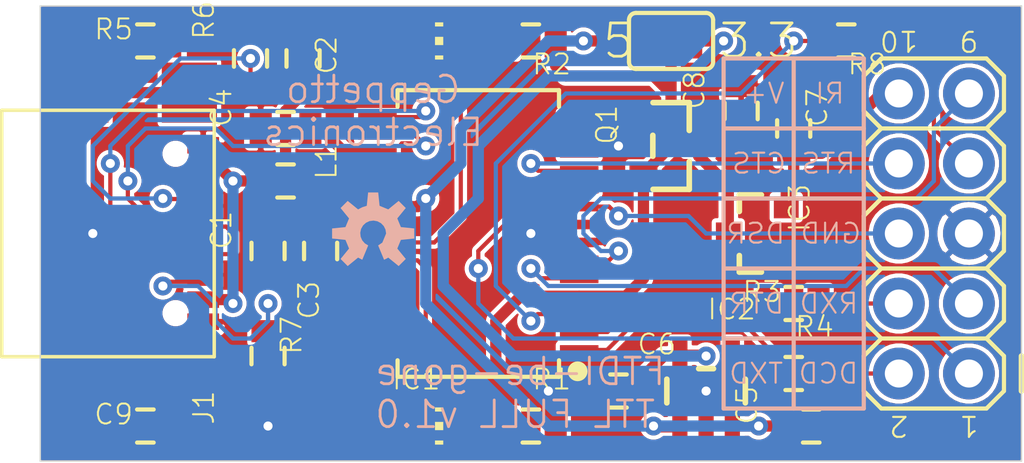
<source format=kicad_pcb>
(kicad_pcb (version 20211014) (generator pcbnew)

  (general
    (thickness 1.6)
  )

  (paper "A4")
  (layers
    (0 "F.Cu" signal "Top")
    (31 "B.Cu" signal "Bottom")
    (32 "B.Adhes" user "B.Adhesive")
    (33 "F.Adhes" user "F.Adhesive")
    (34 "B.Paste" user)
    (35 "F.Paste" user)
    (36 "B.SilkS" user "B.Silkscreen")
    (37 "F.SilkS" user "F.Silkscreen")
    (38 "B.Mask" user)
    (39 "F.Mask" user)
    (40 "Dwgs.User" user "User.Drawings")
    (41 "Cmts.User" user "User.Comments")
    (42 "Eco1.User" user "User.Eco1")
    (43 "Eco2.User" user "User.Eco2")
    (44 "Edge.Cuts" user)
    (45 "Margin" user)
    (46 "B.CrtYd" user "B.Courtyard")
    (47 "F.CrtYd" user "F.Courtyard")
    (48 "B.Fab" user)
    (49 "F.Fab" user)
  )

  (setup
    (pad_to_mask_clearance 0.05)
    (pcbplotparams
      (layerselection 0x00010fc_ffffffff)
      (disableapertmacros false)
      (usegerberextensions false)
      (usegerberattributes true)
      (usegerberadvancedattributes true)
      (creategerberjobfile true)
      (svguseinch false)
      (svgprecision 6)
      (excludeedgelayer true)
      (plotframeref false)
      (viasonmask false)
      (mode 1)
      (useauxorigin false)
      (hpglpennumber 1)
      (hpglpenspeed 20)
      (hpglpendiameter 15.000000)
      (dxfpolygonmode true)
      (dxfimperialunits true)
      (dxfusepcbnewfont true)
      (psnegative false)
      (psa4output false)
      (plotreference true)
      (plotvalue true)
      (plotinvisibletext false)
      (sketchpadsonfab false)
      (subtractmaskfromsilk false)
      (outputformat 1)
      (mirror false)
      (drillshape 1)
      (scaleselection 1)
      (outputdirectory "")
    )
  )

  (net 0 "")
  (net 1 "GND")
  (net 2 "+5V")
  (net 3 "+3V3")
  (net 4 "VCCIO")
  (net 5 "NC1")
  (net 6 "Net-(LED1-PadA)")
  (net 7 "/~{TXLED}")
  (net 8 "Net-(LED2-PadA)")
  (net 9 "/~{RXLED}")
  (net 10 "Net-(C4-Pad2)")
  (net 11 "Net-(C1-Pad1)")
  (net 12 "Net-(C7-Pad1)")
  (net 13 "/~{RI}")
  (net 14 "/~{CTS}")
  (net 15 "Net-(JP2-Pad7)")
  (net 16 "/~{DSR}")
  (net 17 "Net-(JP2-Pad4)")
  (net 18 "/RXD")
  (net 19 "Net-(JP2-Pad2)")
  (net 20 "/~{DCD}")
  (net 21 "/~{DTR}")
  (net 22 "/TXD")
  (net 23 "Net-(C8-Pad1)")
  (net 24 "/~{POWER}")
  (net 25 "Net-(IC2-Pad4)")
  (net 26 "Net-(C9-Pad1)")
  (net 27 "Net-(J1-PadA8)")
  (net 28 "Net-(IC1-Pad15)")
  (net 29 "Net-(IC1-Pad16)")
  (net 30 "Net-(J1-PadA5)")
  (net 31 "Net-(J1-PadB5)")
  (net 32 "Net-(J1-PadB8)")
  (net 33 "/~{RTS}")
  (net 34 "Net-(IC1-Pad13)")
  (net 35 "Net-(IC1-Pad12)")
  (net 36 "Net-(IC1-Pad8)")
  (net 37 "Net-(IC1-Pad19)")
  (net 38 "Net-(IC1-Pad24)")
  (net 39 "Net-(IC1-Pad26)")
  (net 40 "Net-(IC1-Pad27)")
  (net 41 "Net-(IC1-Pad28)")

  (footprint "USB_TTL:CHIP-LED0805" (layer "F.Cu") (at 145.3261 111.9886 90))

  (footprint "USB_TTL:CHIP-LED0805" (layer "F.Cu") (at 145.3261 98.0186 90))

  (footprint "USB_TTL:0805" (layer "F.Cu") (at 148.5011 111.9886))

  (footprint "USB_TTL:0805" (layer "F.Cu") (at 148.5011 98.0186 180))

  (footprint "USB_TTL:0805" (layer "F.Cu") (at 140.8811 105.6386 -90))

  (footprint "USB_TTL:0805" (layer "F.Cu") (at 139.6111 101.1936))

  (footprint "USB_TTL:0805" (layer "F.Cu") (at 138.9761 105.6386 -90))

  (footprint "USB_TTL:0805" (layer "F.Cu") (at 140.2461 98.6536 90))

  (footprint "USB_TTL:AVR_ICSP" (layer "F.Cu") (at 163.1061 105.0036 180))

  (footprint "USB_TTL:0805" (layer "F.Cu") (at 158.0261 107.5436 180))

  (footprint "USB_TTL:0805" (layer "F.Cu") (at 158.0261 110.0836 180))

  (footprint "USB_TTL:SOT23-3" (layer "F.Cu") (at 156.7561 105.0036 90))

  (footprint "USB_TTL:SOT23-R" (layer "F.Cu") (at 153.5811 101.8286 -90))

  (footprint "USB_TTL:SJ_3_PASTE1&2" (layer "F.Cu") (at 153.5811 98.0186))

  (footprint "USB_TTL:SOT23-5" (layer "F.Cu") (at 154.8511 110.7186))

  (footprint "USB_TTL:0805" (layer "F.Cu") (at 158.6611 111.9886))

  (footprint "USB_TTL:0805" (layer "F.Cu") (at 151.6761 110.7186 180))

  (footprint "USB_TTL:0805" (layer "F.Cu") (at 158.0261 101.1936 90))

  (footprint "USB_TTL:0805" (layer "F.Cu") (at 156.1211 100.5586 90))

  (footprint "USB_TTL:0805" (layer "F.Cu") (at 134.5311 111.9886))

  (footprint "USB_TTL:0805" (layer "F.Cu") (at 134.5311 98.0186))

  (footprint "USB_TTL:0805" (layer "F.Cu") (at 139.6111 103.0986 180))

  (footprint "USB_TTL:USB4110-GF-A" (layer "F.Cu") (at 132.6261 105.0036 -90))

  (footprint "USB_TTL:0805" (layer "F.Cu") (at 138.3411 98.6536 90))

  (footprint "USB_TTL:0805" (layer "F.Cu") (at 138.9761 109.4486 -90))

  (footprint "USB_TTL:0805" (layer "F.Cu") (at 159.9311 98.0186))

  (footprint "USB_TTL:SSOP28DB" (layer "F.Cu") (at 146.5961 105.0036 90))

  (footprint "USB_TTL:OSHW-LOGO-S" (layer "B.Cu") (at 142.7861 105.0036 180))

  (gr_line (start 160.5661 111.3536) (end 160.5661 108.8136) (layer "B.SilkS") (width 0.1524) (tstamp 00000000-0000-0000-0000-0000350ce360))
  (gr_line (start 160.5661 108.8136) (end 155.4861 108.8136) (layer "B.SilkS") (width 0.1524) (tstamp 00000000-0000-0000-0000-0000350ce5e0))
  (gr_line (start 160.5661 98.6536) (end 158.0261 98.6536) (layer "B.SilkS") (width 0.1524) (tstamp 00000000-0000-0000-0000-0000350ce7c0))
  (gr_line (start 160.5661 103.7336) (end 160.5661 106.2736) (layer "B.SilkS") (width 0.1524) (tstamp 00000000-0000-0000-0000-0000350ce9a0))
  (gr_line (start 155.4861 111.3536) (end 158.0261 111.3536) (layer "B.SilkS") (width 0.1524) (tstamp 00000000-0000-0000-0000-0000350ceae0))
  (gr_line (start 160.5661 106.2736) (end 155.4861 106.2736) (layer "B.SilkS") (width 0.1524) (tstamp 00000000-0000-0000-0000-0000350cecc0))
  (gr_line (start 158.0261 111.3536) (end 160.5661 111.3536) (layer "B.SilkS") (width 0.1524) (tstamp 00000000-0000-0000-0000-0000350cee00))
  (gr_line (start 160.5661 103.7336) (end 160.5661 101.1936) (layer "B.SilkS") (width 0.1524) (tstamp 00000000-0000-0000-0000-0000350cefe0))
  (gr_line (start 158.0261 111.3536) (end 158.0261 98.6536) (layer "B.SilkS") (width 0.1524) (tstamp 00000000-0000-0000-0000-0000350cf3a0))
  (gr_line (start 155.4861 108.8136) (end 155.4861 111.3536) (layer "B.SilkS") (width 0.1524) (tstamp 00000000-0000-0000-0000-0000350cf580))
  (gr_line (start 155.4861 106.2736) (end 155.4861 108.8136) (layer "B.SilkS") (width 0.1524) (tstamp 00000000-0000-0000-0000-0000350cf6c0))
  (gr_line (start 160.5661 98.6536) (end 160.5661 101.1936) (layer "B.SilkS") (width 0.1524) (tstamp 00000000-0000-0000-0000-0000350cf8a0))
  (gr_line (start 158.0261 98.6536) (end 155.4861 98.6536) (layer "B.SilkS") (width 0.1524) (tstamp 00000000-0000-0000-0000-0000350cfa80))
  (gr_line (start 160.5661 101.1936) (end 155.4861 101.1936) (layer "B.SilkS") (width 0.1524) (tstamp 00000000-0000-0000-0000-0000350cfb20))
  (gr_line (start 155.4861 103.7336) (end 160.5661 103.7336) (layer "B.SilkS") (width 0.1524) (tstamp 00000000-0000-0000-0000-0000350cfda0))
  (gr_line (start 160.5661 108.8136) (end 160.5661 106.2736) (layer "B.SilkS") (width 0.1524) (tstamp 00000000-0000-0000-0000-0000350d0020))
  (gr_line (start 155.4861 98.6536) (end 155.4861 101.1936) (layer "B.SilkS") (width 0.1524) (tstamp 00000000-0000-0000-0000-0000350d0520))
  (gr_line (start 155.4861 103.7336) (end 155.4861 106.2736) (layer "B.SilkS") (width 0.1524) (tstamp 00000000-0000-0000-0000-0000350d05c0))
  (gr_line (start 155.4861 101.1936) (end 155.4861 103.7336) (layer "B.SilkS") (width 0.1524) (tstamp 00000000-0000-0000-0000-0000350d07a0))
  (gr_line (start 166.2811 113.2586) (end 166.2811 96.7486) (layer "Edge.Cuts") (width 0.05) (tstamp 00000000-0000-0000-0000-0000350cc420))
  (gr_line (start 166.2811 96.7486) (end 130.7211 96.7486) (layer "Edge.Cuts") (width 0.05) (tstamp 00000000-0000-0000-0000-0000350cc9c0))
  (gr_line (start 130.7211 113.2586) (end 166.2811 113.2586) (layer "Edge.Cuts") (width 0.05) (tstamp 00000000-0000-0000-0000-0000350cca60))
  (gr_line (start 130.7211 96.7486) (end 130.7211 113.2586) (layer "Edge.Cuts") (width 0.05) (tstamp 00000000-0000-0000-0000-0000350ccc40))
  (gr_text "Geppetto\nElectronics" (at 142.7861 100.5586) (layer "B.SilkS") (tstamp 00000000-0000-0000-0000-0000350cbac0)
    (effects (font (size 0.9652 0.9652) (thickness 0.1016)) (justify mirror))
  )
  (gr_text "FTDI-be-gone\nTTL FULL v1.0" (at 142.7861 109.4486) (layer "B.SilkS") (tstamp 00000000-0000-0000-0000-0000350cc060)
    (effects (font (size 0.9652 0.9652) (thickness 0.1016)) (justify right top mirror))
  )
  (gr_text "RI  V+" (at 158.0261 99.9236) (layer "B.SilkS") (tstamp 00000000-0000-0000-0000-0000350cc560)
    (effects (font (size 0.7239 0.7239) (thickness 0.0762)) (justify mirror))
  )
  (gr_text "RTS CTS" (at 158.0261 102.4636) (layer "B.SilkS") (tstamp 00000000-0000-0000-0000-0000350ce2c0)
    (effects (font (size 0.7239 0.7239) (thickness 0.0762)) (justify mirror))
  )
  (gr_text "DCD TXD" (at 158.0261 110.0836) (layer "B.SilkS") (tstamp 00000000-0000-0000-0000-0000350cfc60)
    (effects (font (size 0.7239 0.7239) (thickness 0.0762)) (justify mirror))
  )
  (gr_text "RXD DTR" (at 158.0261 107.5436) (layer "B.SilkS") (tstamp 00000000-0000-0000-0000-0000350cff80)
    (effects (font (size 0.7239 0.7239) (thickness 0.0762)) (justify mirror))
  )
  (gr_text "GND DSR" (at 158.0261 105.0036) (layer "B.SilkS") (tstamp 00000000-0000-0000-0000-0000350d0840)
    (effects (font (size 0.7239 0.7239) (thickness 0.0762)) (justify mirror))
  )
  (gr_text "3.3" (at 156.7561 98.0186) (layer "F.SilkS") (tstamp 00000000-0000-0000-0000-0000350cc2e0)
    (effects (font (size 1.2065 1.2065) (thickness 0.1016)))
  )
  (gr_text "5" (at 151.6761 98.0186) (layer "F.SilkS") (tstamp 00000000-0000-0000-0000-0000350ccb00)
    (effects (font (size 1.2065 1.2065) (thickness 0.1016)))
  )
  (gr_text "1" (at 164.3761 111.9886 180) (layer "F.SilkS") (tstamp 00000000-0000-0000-0000-0000350ceb80)
    (effects (font (size 0.7239 0.7239) (thickness 0.0762)))
  )
  (gr_text "10" (at 161.8361 98.0186 180) (layer "F.SilkS") (tstamp 00000000-0000-0000-0000-0000350cf300)
    (effects (font (size 0.7239 0.7239) (thickness 0.0762)))
  )
  (gr_text "9" (at 164.3761 98.0186 180) (layer "F.SilkS") (tstamp 00000000-0000-0000-0000-0000350cf940)
    (effects (font (size 0.7239 0.7239) (thickness 0.0762)))
  )
  (gr_text "2" (at 161.8361 111.9886 180) (layer "F.SilkS") (tstamp 00000000-0000-0000-0000-0000350d0160)
    (effects (font (size 0.7239 0.7239) (thickness 0.0762)))
  )

  (via (at 132.6261 105.0036) (size 0.6858) (drill 0.3302) (layers "F.Cu" "B.Cu") (net 1) (tstamp 00000000-0000-0000-0000-0000360a5b00))
  (via (at 154.8511 110.7186) (size 0.6858) (drill 0.3302) (layers "F.Cu" "B.Cu") (net 1) (tstamp 00000000-0000-0000-0000-0000360a65a0))
  (via (at 151.6761 101.8286) (size 0.6858) (drill 0.3302) (layers "F.Cu" "B.Cu") (net 1) (tstamp 00000000-0000-0000-0000-0000360a6fa0))
  (via (at 148.5011 105.0036) (size 0.6858) (drill 0.3302) (layers "F.Cu" "B.Cu") (net 1) (tstamp 00000000-0000-0000-0000-0000360a7400))
  (via (at 138.9761 111.9886) (size 0.6858) (drill 0.3302) (layers "F.Cu" "B.Cu") (net 1) (tstamp 00000000-0000-0000-0000-0000360a7680))
  (via (at 149.1361 110.7186) (size 0.6858) (drill 0.3302) (layers "F.Cu" "B.Cu") (net 1) (tstamp 00000000-0000-0000-0000-0000360a7f40))
  (segment (start 140.8811 104.1036) (end 140.8811 104.7386) (width 0.4064) (layer "F.Cu") (net 2) (tstamp 00000000-0000-0000-0000-0000360a3080))
  (segment (start 140.5111 103.0986) (end 140.5111 103.7336) (width 0.4064) (layer "F.Cu") (net 2) (tstamp 00000000-0000-0000-0000-0000360a3300))
  (segment (start 140.2461 99.5536) (end 140.2461 99.9236) (width 0.4064) (layer "F.Cu") (net 2) (tstamp 00000000-0000-0000-0000-0000360a33a0))
  (segment (start 139.6111 102.1986) (end 140.5111 103.0986) (width 0.4064) (layer "F.Cu") (net 2) (tstamp 00000000-0000-0000-0000-0000360a34e0))
  (segment (start 155.8312 111.9886) (end 156.7561 111.9886) (width 0.4064) (layer "F.Cu") (net 2) (tstamp 00000000-0000-0000-0000-0000360a3a80))
  (segment (start 155.8011 112.0187) (end 155.8312 111.9886) (width 0.4064) (layer "F.Cu") (net 2) (tstamp 00000000-0000-0000-0000-0000360a3d00))
  (segment (start 144.3961 104.0286) (end 144.6911 103.7336) (width 0.4064) (layer "F.Cu") (net 2) (tstamp 00000000-0000-0000-0000-0000360a3da0))
  (segment (start 152.9762 112.0187) (end 152.9461 111.9886) (width 0.4064) (layer "F.Cu") (net 2) (tstamp 00000000-0000-0000-0000-0000360a4020))
  (segment (start 140.2461 99.9236) (end 139.6111 100.5586) (width 0.4064) (layer "F.Cu") (net 2) (tstamp 00000000-0000-0000-0000-0000360a4a20))
  (segment (start 142.9401 104.0286) (end 144.3961 104.0286) (width 0.4064) (layer "F.Cu") (net 2) (tstamp 00000000-0000-0000-0000-0000360a4ca0))
  (segment (start 140.8811 104.1036) (end 140.5111 103.7336) (width 0.4064) (layer "F.Cu") (net 2) (tstamp 00000000-0000-0000-0000-0000360a4d40))
  (segment (start 153.9011 112.0187) (end 152.9762 112.0187) (width 0.4064) (layer "F.Cu") (net 2) (tstamp 00000000-0000-0000-0000-0000360a4fc0))
  (segment (start 139.6111 100.5586) (end 139.6111 102.1986) (width 0.4064) (layer "F.Cu") (net 2) (tstamp 00000000-0000-0000-0000-0000360a51a0))
  (segment (start 152.7683 98.0186) (end 150.4061 98.0186) (width 0.4064) (layer "F.Cu") (net 2) (tstamp 00000000-0000-0000-0000-0000360a52e0))
  (segment (start 141.5911 104.0286) (end 140.8811 104.7386) (width 0.4064) (layer "F.Cu") (net 2) (tstamp 00000000-0000-0000-0000-0000360a54c0))
  (segment (start 156.7561 111.9886) (end 157.7611 111.9886) (width 0.4064) (layer "F.Cu") (net 2) (tstamp 00000000-0000-0000-0000-0000360a5560))
  (segment (start 142.9401 104.0286) (end 141.5911 104.0286) (width 0.4064) (layer "F.Cu") (net 2) (tstamp 00000000-0000-0000-0000-0000360a57e0))
  (via (at 156.7561 111.9886) (size 0.6858) (drill 0.3302) (layers "F.Cu" "B.Cu") (net 2) (tstamp 00000000-0000-0000-0000-0000360a3580))
  (via (at 150.4061 98.0186) (size 0.6858) (drill 0.3302) (layers "F.Cu" "B.Cu") (net 2) (tstamp 00000000-0000-0000-0000-0000360a3800))
  (via (at 144.6911 103.7336) (size 0.6858) (drill 0.3302) (layers "F.Cu" "B.Cu") (net 2) (tstamp 00000000-0000-0000-0000-0000360a4c00))
  (via (at 152.9461 111.9886) (size 0.6858) (drill 0.3302) (layers "F.Cu" "B.Cu") (net 2) (tstamp 00000000-0000-0000-0000-0000360a4f20))
  (segment (start 145.9611 101.1936) (end 149.1361 98.0186) (width 0.4064) (layer "B.Cu") (net 2) (tstamp 00000000-0000-0000-0000-0000360a31c0))
  (segment (start 144.6911 103.7336) (end 144.6911 107.5436) (width 0.4064) (layer "B.Cu") (net 2) (tstamp 00000000-0000-0000-0000-0000360a3620))
  (segment (start 149.1361 111.9886) (end 152.9461 111.9886) (width 0.4064) (layer "B.Cu") (net 2) (tstamp 00000000-0000-0000-0000-0000360a36c0))
  (segment (start 145.9611 102.4636) (end 145.9611 101.1936) (width 0.4064) (layer "B.Cu") (net 2) (tstamp 00000000-0000-0000-0000-0000360a3ee0))
  (segment (start 144.6911 103.7336) (end 145.9611 102.4636) (width 0.4064) (layer "B.Cu") (net 2) (tstamp 00000000-0000-0000-0000-0000360a4340))
  (segment (start 149.1361 98.0186) (end 150.4061 98.0186) (width 0.4064) (layer "B.Cu") (net 2) (tstamp 00000000-0000-0000-0000-0000360a4e80))
  (segment (start 152.9461 111.9886) (end 156.7561 111.9886) (width 0.4064) (layer "B.Cu") (net 2) (tstamp 00000000-0000-0000-0000-0000360a5060))
  (segment (start 144.6911 107.5436) (end 149.1361 111.9886) (width 0.4064) (layer "B.Cu") (net 2) (tstamp 00000000-0000-0000-0000-0000360a5600))
  (segment (start 153.9011 109.4185) (end 154.821 109.4185) (width 0.4064) (layer "F.Cu") (net 3) (tstamp 00000000-0000-0000-0000-000027732060))
  (segment (start 153.3161 109.4486) (end 153.871 109.4486) (width 0.4064) (layer "F.Cu") (net 3) (tstamp 00000000-0000-0000-0000-0000277321a0))
  (segment (start 153.871 109.4486) (end 153.9011 109.4185) (width 0.4064) (layer "F.Cu") (net 3) (tstamp 00000000-0000-0000-0000-000027732600))
  (segment (start 152.5761 110.7186) (end 152.5761 110.1886) (width 0.4064) (layer "F.Cu") (net 3) (tstamp 00000000-0000-0000-0000-000027732880))
  (segment (start 152.5761 110.1886) (end 153.3161 109.4486) (width 0.4064) (layer "F.Cu") (net 3) (tstamp 00000000-0000-0000-0000-0000277329c0))
  (segment (start 154.821 109.4185) (end 154.8511 109.4486) (width 0.4064) (layer "F.Cu") (net 3) (tstamp 00000000-0000-0000-0000-000027732d80))
  (segment (start 154.3939 98.0186) (end 155.4861 98.0186) (width 0.4064) (layer "F.Cu") (net 3) (tstamp 00000000-0000-0000-0000-000027733140))
  (via (at 154.8511 109.4486) (size 0.6858) (drill 0.3302) (layers "F.Cu" "B.Cu") (net 3) (tstamp 00000000-0000-0000-0000-000027732ce0))
  (via (at 155.4861 98.0186) (size 0.6858) (drill 0.3302) (layers "F.Cu" "B.Cu") (net 3) (tstamp 00000000-0000-0000-0000-0000277330a0))
  (segment (start 155.4861 98.0186) (end 154.2161 99.2886) (width 0.4064) (layer "B.Cu") (net 3) (tstamp 00000000-0000-0000-0000-0000277315c0))
  (segment (start 149.1361 99.2886) (end 146.5961 101.8286) (width 0.4064) (layer "B.Cu") (net 3) (tstamp 00000000-0000-0000-0000-000027731660))
  (segment (start 145.3261 106.9086) (end 147.8661 109.4486) (width 0.4064) (layer "B.Cu") (net 3) (tstamp 00000000-0000-0000-0000-000027731de0))
  (segment (start 147.8661 109.4486) (end 154.8511 109.4486) (width 0.4064) (layer "B.Cu") (net 3) (tstamp 00000000-0000-0000-0000-000027732e20))
  (segment (start 146.5961 103.7336) (end 145.3261 105.0036) (width 0.4064) (layer "B.Cu") (net 3) (tstamp 00000000-0000-0000-0000-000027732f60))
  (segment (start 145.3261 105.0036) (end 145.3261 106.9086) (width 0.4064) (layer "B.Cu") (net 3) (tstamp 00000000-0000-0000-0000-0000277333c0))
  (segment (start 146.5961 101.8286) (end 146.5961 103.7336) (width 0.4064) (layer "B.Cu") (net 3) (tstamp 00000000-0000-0000-0000-000027733500))
  (segment (start 154.2161 99.2886) (end 149.1361 99.2886) (width 0.4064) (layer "B.Cu") (net 3) (tstamp 00000000-0000-0000-0000-000027733780))
  (segment (start 153.5811 99.9236) (end 153.5811 101.8286) (width 0.4064) (layer "F.Cu") (net 4) (tstamp 00000000-0000-0000-0000-000027731c00))
  (segment (start 153.5811 101.8286) (end 152.6311 102.7786) (width 0.4064) (layer "F.Cu") (net 4) (tstamp 00000000-0000-0000-0000-000027731ca0))
  (segment (start 152.6311 102.7786) (end 152.5811 102.7786) (width 0.4064) (layer "F.Cu") (net 4) (tstamp 00000000-0000-0000-0000-000027731d40))
  (segment (start 150.2521 107.2786) (end 148.1311 107.2786) (width 0.4064) (layer "F.Cu") (net 4) (tstamp 00000000-0000-0000-0000-000027732100))
  (segment (start 149.4011 98.0186) (end 149.4011 98.9186) (width 0.4064) (layer "F.Cu") (net 4) (tstamp 00000000-0000-0000-0000-000027732240))
  (segment (start 150.2521 107.2786) (end 151.9411 107.2786) (width 0.4064) (layer "F.Cu") (net 4) (tstamp 00000000-0000-0000-0000-000027732380))
  (segment (start 149.7711 99.2886) (end 152.9461 99.2886) (width 0.4064) (layer "F.Cu") (net 4) (tstamp 00000000-0000-0000-0000-000027732420))
  (segment (start 147.2311 108.1786) (end 147.2311 109.8186) (width 0.4064) (layer "F.Cu") (net 4) (tstamp 00000000-0000-0000-0000-000027732560))
  (segment (start 151.9411 107.2786) (end 152.5811 106.6386) (width 0.4064) (layer "F.Cu") (net 4) (tstamp 00000000-0000-0000-0000-000027732740))
  (segment (start 152.9461 99.2886) (end 153.5811 99.9236) (width 0.4064) (layer "F.Cu") (net 4) (tstamp 00000000-0000-0000-0000-0000277327e0))
  (segment (start 153.5811 98.0186) (end 153.5811 99.9236) (width 0.4064) (layer "F.Cu") (net 4) (tstamp 00000000-0000-0000-0000-0000277331e0))
  (segment (start 149.4011 111.9886) (end 147.2311 109.8186) (width 0.4064) (layer "F.Cu") (net 4) (tstamp 00000000-0000-0000-0000-000027733320))
  (segment (start 148.1311 107.2786) (end 147.2311 108.1786) (width 0.4064) (layer "F.Cu") (net 4) (tstamp 00000000-0000-0000-0000-0000277335a0))
  (segment (start 149.4011 98.9186) (end 149.7711 99.2886) (width 0.4064) (layer "F.Cu") (net 4) (tstamp 00000000-0000-0000-0000-0000277336e0))
  (segment (start 152.5811 106.6386) (end 152.5811 102.7786) (width 0.4064) (layer "F.Cu") (net 4) (tstamp 00000000-0000-0000-0000-000027733aa0))
  (segment (start 146.3761 111.9886) (end 147.6011 111.9886) (width 0.1524) (layer "F.Cu") (net 6) (tstamp 00000000-0000-0000-0000-0000360a9840))
  (segment (start 144.3961 105.9786) (end 144.6911 106.2736) (width 0.1524) (layer "F.Cu") (net 7) (tstamp 00000000-0000-0000-0000-0000360a8580))
  (segment (start 144.2761 111.9886) (end 144.2761 111.1336) (width 0.1524) (layer "F.Cu") (net 7) (tstamp 00000000-0000-0000-0000-0000360a8800))
  (segment (start 144.6911 110.7186) (end 144.6911 106.2736) (width 0.1524) (layer "F.Cu") (net 7) (tstamp 00000000-0000-0000-0000-0000360a8d00))
  (segment (start 142.9401 105.9786) (end 144.3961 105.9786) (width 0.1524) (layer "F.Cu") (net 7) (tstamp 00000000-0000-0000-0000-0000360a9ac0))
  (segment (start 144.2761 111.1336) (end 144.6911 110.7186) (width 0.1524) (layer "F.Cu") (net 7) (tstamp 00000000-0000-0000-0000-0000360aa7e0))
  (segment (start 146.3761 98.0186) (end 147.6011 98.0186) (width 0.1524) (layer "F.Cu") (net 8) (tstamp 00000000-0000-0000-0000-0000360a84e0))
  (segment (start 145.9611 100.5586) (end 145.9611 104.3686) (width 0.1524) (layer "F.Cu") (net 9) (tstamp 00000000-0000-0000-0000-0000360a8080))
  (segment (start 144.2761 98.0186) (end 144.2761 98.8736) (width 0.1524) (layer "F.Cu") (net 9) (tstamp 00000000-0000-0000-0000-0000360a81c0))
  (segment (start 145.0011 105.3286) (end 145.9611 104.3686) (width 0.1524) (layer "F.Cu") (net 9) (tstamp 00000000-0000-0000-0000-0000360a8bc0))
  (segment (start 142.9401 105.3286) (end 145.0011 105.3286) (width 0.1524) (layer "F.Cu") (net 9) (tstamp 00000000-0000-0000-0000-0000360a97a0))
  (segment (start 144.2761 98.8736) (end 145.9611 100.5586) (width 0.1524) (layer "F.Cu") (net 9) (tstamp 00000000-0000-0000-0000-0000360aa060))
  (segment (start 141.7661 102.0786) (end 142.9401 102.0786) (width 0.4064) (layer "F.Cu") (net 10) (tstamp 00000000-0000-0000-0000-0000360a39e0))
  (segment (start 140.5111 101.1936) (end 140.8811 101.1936) (width 0.4064) (layer "F.Cu") (net 10) (tstamp 00000000-0000-0000-0000-0000360a3b20))
  (segment (start 140.8811 101.1936) (end 141.7661 102.0786) (width 0.4064) (layer "F.Cu") (net 10) (tstamp 00000000-0000-0000-0000-0000360a3bc0))
  (segment (start 137.2111 102.6036) (end 137.7061 103.0986) (width 0.4064) (layer "F.Cu") (net 11) (tstamp 00000000-0000-0000-0000-000027733f00))
  (segment (start 137.7061 103.0986) (end 138.7111 103.0986) (width 0.4064) (layer "F.Cu") (net 11) (tstamp 00000000-0000-0000-0000-000027734180))
  (segment (start 138.7111 103.0986) (end 138.7111 104.1036) (width 0.4064) (layer "F.Cu") (net 11) (tstamp 00000000-0000-0000-0000-000027734680))
  (segment (start 136.6261 107.4036) (end 137.5661 107.4036) (width 0.4064) (layer "F.Cu") (net 11) (tstamp 00000000-0000-0000-0000-0000277347c0))
  (segment (start 138.9761 104.3686) (end 138.9761 104.7386) (width 0.4064) (layer "F.Cu") (net 11) (tstamp 00000000-0000-0000-0000-0000277349a0))
  (segment (start 138.7111 104.1036) (end 138.9761 104.3686) (width 0.4064) (layer "F.Cu") (net 11) (tstamp 00000000-0000-0000-0000-000027734ae0))
  (segment (start 136.6261 102.6036) (end 137.2111 102.6036) (width 0.4064) (layer "F.Cu") (net 11) (tstamp 00000000-0000-0000-0000-000027734d60))
  (segment (start 137.5661 107.4036) (end 137.7061 107.5436) (width 0.4064) (layer "F.Cu") (net 11) (tstamp 00000000-0000-0000-0000-0000277362a0))
  (via (at 137.7061 107.5436) (size 0.6858) (drill 0.3302) (layers "F.Cu" "B.Cu") (net 11) (tstamp 00000000-0000-0000-0000-0000277359e0))
  (via (at 137.7061 103.0986) (size 0.6858) (drill 0.3302) (layers "F.Cu" "B.Cu") (net 11) (tstamp 00000000-0000-0000-0000-000027736020))
  (segment (start 137.7061 107.5436) (end 137.7061 103.0986) (width 0.4064) (layer "B.Cu") (net 11) (tstamp 00000000-0000-0000-0000-000027734a40))
  (segment (start 158.0261 102.0936) (end 159.0311 102.0936) (width 0.4064) (layer "F.Cu") (net 12) (tstamp 00000000-0000-0000-0000-000027731700))
  (segment (start 161.2011 99.9236) (end 161.8361 99.9236) (width 0.4064) (layer "F.Cu") (net 12) (tstamp 00000000-0000-0000-0000-0000277317a0))
  (segment (start 157.7561 103.3686) (end 158.0261 103.0986) (width 0.4064) (layer "F.Cu") (net 12) (tstamp 00000000-0000-0000-0000-000027731f20))
  (segment (start 157.7561 104.0536) (end 157.7561 103.3686) (width 0.4064) (layer "F.Cu") (net 12) (tstamp 00000000-0000-0000-0000-0000277324c0))
  (segment (start 158.0261 102.0936) (end 158.0261 103.0986) (width 0.4064) (layer "F.Cu") (net 12) (tstamp 00000000-0000-0000-0000-000027732a60))
  (segment (start 159.0311 102.0936) (end 161.2011 99.9236) (width 0.4064) (layer "F.Cu") (net 12) (tstamp 00000000-0000-0000-0000-000027732b00))
  (segment (start 150.2521 105.9786) (end 151.3361 105.9786) (width 0.1524) (layer "F.Cu") (net 13) (tstamp 00000000-0000-0000-0000-0000360a8760))
  (segment (start 151.3361 105.9786) (end 151.6761 105.6386) (width 0.1524) (layer "F.Cu") (net 13) (tstamp 00000000-0000-0000-0000-0000360a8a80))
  (via (at 151.6761 105.6386) (size 0.6858) (drill 0.3302) (layers "F.Cu" "B.Cu") (net 13) (tstamp 00000000-0000-0000-0000-0000360a9340))
  (segment (start 163.1061 101.1936) (end 163.1061 103.0986) (width 0.1524) (layer "B.Cu") (net 13) (tstamp 00000000-0000-0000-0000-0000360a8260))
  (segment (start 151.0411 103.7336) (end 150.4061 104.3686) (width 0.1524) (layer "B.Cu") (net 13) (tstamp 00000000-0000-0000-0000-0000360a88a0))
  (segment (start 164.3761 99.9236) (end 163.1061 101.1936) (width 0.1524) (layer "B.Cu") (net 13) (tstamp 00000000-0000-0000-0000-0000360a8940))
  (segment (start 163.1061 103.0986) (end 162.4711 103.7336) (width 0.1524) (layer "B.Cu") (net 13) (tstamp 00000000-0000-0000-0000-0000360a8ee0))
  (segment (start 162.4711 103.7336) (end 151.0411 103.7336) (width 0.1524) (layer "B.Cu") (net 13) (tstamp 00000000-0000-0000-0000-0000360a8f80))
  (segment (start 151.0411 105.6386) (end 151.6761 105.6386) (width 0.1524) (layer "B.Cu") (net 13) (tstamp 00000000-0000-0000-0000-0000360a9980))
  (segment (start 150.4061 104.3686) (end 150.4061 105.0036) (width 0.1524) (layer "B.Cu") (net 13) (tstamp 00000000-0000-0000-0000-0000360aa100))
  (segment (start 150.4061 105.0036) (end 151.0411 105.6386) (width 0.1524) (layer "B.Cu") (net 13) (tstamp 00000000-0000-0000-0000-0000360aa240))
  (segment (start 148.7661 102.7286) (end 148.5011 102.4636) (width 0.1524) (layer "F.Cu") (net 14) (tstamp 00000000-0000-0000-0000-0000360a5ec0))
  (segment (start 150.2521 102.7286) (end 148.7661 102.7286) (width 0.1524) (layer "F.Cu") (net 14) (tstamp 00000000-0000-0000-0000-0000360a7e00))
  (via (at 148.5011 102.4636) (size 0.6858) (drill 0.3302) (layers "F.Cu" "B.Cu") (net 14) (tstamp 00000000-0000-0000-0000-0000360a6140))
  (segment (start 148.5011 102.4636) (end 161.8361 102.4636) (width 0.1524) (layer "B.Cu") (net 14) (tstamp 00000000-0000-0000-0000-0000360a6c80))
  (segment (start 163.1061 98.6536) (end 162.4711 98.0186) (width 0.1524) (layer "F.Cu") (net 15) (tstamp 00000000-0000-0000-0000-000027736a20))
  (segment (start 162.4711 98.0186) (end 160.8311 98.0186) (width 0.1524) (layer "F.Cu") (net 15) (tstamp 00000000-0000-0000-0000-000027736ac0))
  (segment (start 163.1061 101.1936) (end 163.1061 98.6536) (width 0.1524) (layer "F.Cu") (net 15) (tstamp 00000000-0000-0000-0000-000027736b60))
  (segment (start 164.3761 102.4636) (end 163.1061 101.1936) (width 0.1524) (layer "F.Cu") (net 15) (tstamp 00000000-0000-0000-0000-000027736ca0))
  (segment (start 151.3361 104.0286) (end 151.6761 104.3686) (width 0.1524) (layer "F.Cu") (net 16) (tstamp 00000000-0000-0000-0000-0000360a6e60))
  (segment (start 150.2521 104.0286) (end 151.3361 104.0286) (width 0.1524) (layer "F.Cu") (net 16) (tstamp 00000000-0000-0000-0000-0000360a7fe0))
  (via (at 151.6761 104.3686) (size 0.6858) (drill 0.3302) (layers "F.Cu" "B.Cu") (net 16) (tstamp 00000000-0000-0000-0000-0000360a6dc0))
  (segment (start 154.8511 105.0036) (end 161.8361 105.0036) (width 0.1524) (layer "B.Cu") (net 16) (tstamp 00000000-0000-0000-0000-0000360a5880))
  (segment (start 154.2161 104.3686) (end 154.8511 105.0036) (width 0.1524) (layer "B.Cu") (net 16) (tstamp 00000000-0000-0000-0000-0000360a7d60))
  (segment (start 151.6761 104.3686) (end 154.2161 104.3686) (width 0.1524) (layer "B.Cu") (net 16) (tstamp 00000000-0000-0000-0000-0000360a7ea0))
  (segment (start 158.9261 107.5436) (end 161.8361 107.5436) (width 0.1524) (layer "F.Cu") (net 17) (tstamp 00000000-0000-0000-0000-000027735d00))
  (segment (start 150.2521 106.6286) (end 148.8561 106.6286) (width 0.1524) (layer "F.Cu") (net 18) (tstamp 00000000-0000-0000-0000-0000360a9200))
  (segment (start 148.8561 106.6286) (end 148.5011 106.2736) (width 0.1524) (layer "F.Cu") (net 18) (tstamp 00000000-0000-0000-0000-0000360a9a20))
  (via (at 148.5011 106.2736) (size 0.6858) (drill 0.3302) (layers "F.Cu" "B.Cu") (net 18) (tstamp 00000000-0000-0000-0000-0000360aa740))
  (segment (start 148.5011 106.2736) (end 149.1361 106.9086) (width 0.1524) (layer "B.Cu") (net 18) (tstamp 00000000-0000-0000-0000-0000360a93e0))
  (segment (start 159.9311 106.9086) (end 160.5661 106.2736) (width 0.1524) (layer "B.Cu") (net 18) (tstamp 00000000-0000-0000-0000-0000360a9480))
  (segment (start 160.5661 106.2736) (end 163.1061 106.2736) (width 0.1524) (layer "B.Cu") (net 18) (tstamp 00000000-0000-0000-0000-0000360a9520))
  (segment (start 163.1061 106.2736) (end 164.3761 107.5436) (width 0.1524) (layer "B.Cu") (net 18) (tstamp 00000000-0000-0000-0000-0000360a9c00))
  (segment (start 149.1361 106.9086) (end 159.9311 106.9086) (width 0.1524) (layer "B.Cu") (net 18) (tstamp 00000000-0000-0000-0000-0000360aa560))
  (segment (start 158.9261 110.0836) (end 161.8361 110.0836) (width 0.1524) (layer "F.Cu") (net 19) (tstamp 00000000-0000-0000-0000-0000277358a0))
  (segment (start 150.2521 103.3786) (end 148.8561 103.3786) (width 0.1524) (layer "F.Cu") (net 20) (tstamp 00000000-0000-0000-0000-0000360a5e20))
  (segment (start 146.5961 105.6386) (end 146.5961 106.2736) (width 0.1524) (layer "F.Cu") (net 20) (tstamp 00000000-0000-0000-0000-0000360a6780))
  (segment (start 148.8561 103.3786) (end 146.5961 105.6386) (width 0.1524) (layer "F.Cu") (net 20) (tstamp 00000000-0000-0000-0000-0000360a7040))
  (via (at 146.5961 106.2736) (size 0.6858) (drill 0.3302) (layers "F.Cu" "B.Cu") (net 20) (tstamp 00000000-0000-0000-0000-0000360a6820))
  (segment (start 164.3761 110.0836) (end 163.1061 108.8136) (width 0.1524) (layer "B.Cu") (net 20) (tstamp 00000000-0000-0000-0000-0000360a63c0))
  (segment (start 147.8661 108.8136) (end 146.5961 107.5436) (width 0.1524) (layer "B.Cu") (net 20) (tstamp 00000000-0000-0000-0000-0000360a6500))
  (segment (start 163.1061 108.8136) (end 147.8661 108.8136) (width 0.1524) (layer "B.Cu") (net 20) (tstamp 00000000-0000-0000-0000-0000360a6640))
  (segment (start 146.5961 107.5436) (end 146.5961 106.2736) (width 0.1524) (layer "B.Cu") (net 20) (tstamp 00000000-0000-0000-0000-0000360a68c0))
  (segment (start 152.3111 107.5436) (end 157.1261 107.5436) (width 0.1524) (layer "F.Cu") (net 21) (tstamp 00000000-0000-0000-0000-0000360a59c0))
  (segment (start 150.2521 108.5786) (end 151.2761 108.5786) (width 0.1524) (layer "F.Cu") (net 21) (tstamp 00000000-0000-0000-0000-0000360a6320))
  (segment (start 151.2761 108.5786) (end 152.3111 107.5436) (width 0.1524) (layer "F.Cu") (net 21) (tstamp 00000000-0000-0000-0000-0000360a7c20))
  (segment (start 157.1261 110.0836) (end 157.1261 109.8186) (width 0.1524) (layer "F.Cu") (net 22) (tstamp 00000000-0000-0000-0000-0000360a60a0))
  (segment (start 156.1211 108.1786) (end 157.1261 109.1836) (width 0.1524) (layer "F.Cu") (net 22) (tstamp 00000000-0000-0000-0000-0000360a6280))
  (segment (start 151.2611 109.2286) (end 152.3111 108.1786) (width 0.1524) (layer "F.Cu") (net 22) (tstamp 00000000-0000-0000-0000-0000360a74a0))
  (segment (start 157.1261 109.1836) (end 157.1261 109.8186) (width 0.1524) (layer "F.Cu") (net 22) (tstamp 00000000-0000-0000-0000-0000360a7720))
  (segment (start 150.2521 109.2286) (end 151.2611 109.2286) (width 0.1524) (layer "F.Cu") (net 22) (tstamp 00000000-0000-0000-0000-0000360a7900))
  (segment (start 152.3111 108.1786) (end 156.1211 108.1786) (width 0.1524) (layer "F.Cu") (net 22) (tstamp 00000000-0000-0000-0000-0000360a7a40))
  (segment (start 155.4861 101.4586) (end 155.1161 101.8286) (width 0.4064) (layer "F.Cu") (net 23) (tstamp 00000000-0000-0000-0000-000027731840))
  (segment (start 155.6561 105.0036) (end 155.6561 103.2686) (width 0.4064) (layer "F.Cu") (net 23) (tstamp 00000000-0000-0000-0000-000027731980))
  (segment (start 155.6561 103.2686) (end 154.5811 102.1936) (width 0.4064) (layer "F.Cu") (net 23) (tstamp 00000000-0000-0000-0000-000027731b60))
  (segment (start 155.4861 101.4586) (end 156.1211 101.4586) (width 0.4064) (layer "F.Cu") (net 23) (tstamp 00000000-0000-0000-0000-000027733280))
  (segment (start 154.5811 102.1936) (end 154.5811 101.8286) (width 0.4064) (layer "F.Cu") (net 23) (tstamp 00000000-0000-0000-0000-000027733640))
  (segment (start 154.5811 101.8286) (end 155.1161 101.8286) (width 0.4064) (layer "F.Cu") (net 23) (tstamp 00000000-0000-0000-0000-000027733d20))
  (segment (start 151.5561 100.8786) (end 151.4561 100.7786) (width 0.1524) (layer "F.Cu") (net 24) (tstamp 00000000-0000-0000-0000-0000360a8c60))
  (segment (start 152.5811 100.8786) (end 151.5561 100.8786) (width 0.1524) (layer "F.Cu") (net 24) (tstamp 00000000-0000-0000-0000-0000360a90c0))
  (segment (start 151.4561 100.7786) (end 150.2521 100.7786) (width 0.1524) (layer "F.Cu") (net 24) (tstamp 00000000-0000-0000-0000-0000360aa420))
  (segment (start 133.6311 110.4836) (end 133.2611 110.1136) (width 0.4064) (layer "F.Cu") (net 26) (tstamp 00000000-0000-0000-0000-000027733dc0))
  (segment (start 133.6311 111.9886) (end 133.6311 110.4836) (width 0.4064) (layer "F.Cu") (net 26) (tstamp 00000000-0000-0000-0000-000027734540))
  (segment (start 133.2611 110.1136) (end 136.1261 110.1136) (width 0.4064) (layer "F.Cu") (net 26) (tstamp 00000000-0000-0000-0000-000027734720))
  (segment (start 132.1943 110.1136) (end 133.2611 110.1136) (width 0.4064) (layer "F.Cu") (net 26) (tstamp 00000000-0000-0000-0000-000027735080))
  (segment (start 133.6311 98.0186) (end 133.6311 99.5236) (width 0.4064) (layer "F.Cu") (net 26) (tstamp 00000000-0000-0000-0000-000027735260))
  (segment (start 133.2611 99.8936) (end 136.1261 99.8936) (width 0.4064) (layer "F.Cu") (net 26) (tstamp 00000000-0000-0000-0000-000027735760))
  (segment (start 132.1943 110.1136) (end 132.1943 99.8936) (width 0.4064) (layer "F.Cu") (net 26) (tstamp 00000000-0000-0000-0000-000027735f80))
  (segment (start 132.1943 99.8936) (end 133.2611 99.8936) (width 0.4064) (layer "F.Cu") (net 26) (tstamp 00000000-0000-0000-0000-000027736200))
  (segment (start 133.6311 99.5236) (end 133.2611 99.8936) (width 0.4064) (layer "F.Cu") (net 26) (tstamp 00000000-0000-0000-0000-000027736520))
  (segment (start 136.6261 105.7536) (end 137.5911 105.7536) (width 0.1524) (layer "F.Cu") (net 28) (tstamp 00000000-0000-0000-0000-0000360a9b60))
  (segment (start 137.7061 105.6386) (end 137.5911 105.7536) (width 0.1524) (layer "F.Cu") (net 28) (tstamp 00000000-0000-0000-0000-0000360a9d40))
  (segment (start 137.4561 104.7536) (end 136.6261 104.7536) (width 0.1524) (layer "F.Cu") (net 28) (tstamp 00000000-0000-0000-0000-0000360a9fc0))
  (segment (start 137.7061 105.0036) (end 137.7061 105.6386) (width 0.1524) (layer "F.Cu") (net 28) (tstamp 00000000-0000-0000-0000-0000360aa1a0))
  (segment (start 137.4561 104.7536) (end 137.7061 105.0036) (width 0.1524) (layer "F.Cu") (net 28) (tstamp 00000000-0000-0000-0000-0000360aa600))
  (segment (start 142.9401 100.7786) (end 144.4711 100.7786) (width 0.1524) (layer "F.Cu") (net 28) (tstamp 00000000-0000-0000-0000-0000360aa880))
  (segment (start 134.6461 105.7536) (end 133.2611 104.3686) (width 0.1524) (layer "F.Cu") (net 28) (tstamp 00000000-0000-0000-0000-0000360aa920))
  (segment (start 133.2611 104.3686) (end 133.2611 102.4636) (width 0.1524) (layer "F.Cu") (net 28) (tstamp 00000000-0000-0000-0000-0000360aa9c0))
  (segment (start 136.6261 105.7536) (end 134.6461 105.7536) (width 0.1524) (layer "F.Cu") (net 28) (tstamp 00000000-0000-0000-0000-0000360aace0))
  (segment (start 144.4711 100.7786) (end 144.6911 100.5586) (width 0.1524) (layer "F.Cu") (net 28) (tstamp 00000000-0000-0000-0000-0000360aaec0))
  (via (at 144.6911 100.5586) (size 0.6858) (drill 0.3302) (layers "F.Cu" "B.Cu") (net 28) (tstamp 00000000-0000-0000-0000-0000360aa380))
  (via (at 133.2611 102.4636) (size 0.6858) (drill 0.3302) (layers "F.Cu" "B.Cu") (net 28) (tstamp 00000000-0000-0000-0000-0000360aae20))
  (segment (start 144.6911 100.5586) (end 134.5311 100.5586) (width 0.1524) (layer "B.Cu") (net 28) (tstamp 00000000-0000-0000-0000-0000360aaba0))
  (segment (start 134.5311 100.5586) (end 133.2611 101.8286) (width 0.1524) (layer "B.Cu") (net 28) (tstamp 00000000-0000-0000-0000-0000360aad80))
  (segment (start 133.2611 101.8286) (end 133.2611 102.4636) (width 0.1524) (layer "B.Cu") (net 28) (tstamp 00000000-0000-0000-0000-0000360aaf60))
  (segment (start 135.9161 104.2536) (end 135.8011 104.3686) (width 0.1524) (layer "F.Cu") (net 29) (tstamp 00000000-0000-0000-0000-0000360a3120))
  (segment (start 144.2911 101.4286) (end 144.6911 101.8286) (width 0.1524) (layer "F.Cu") (net 29) (tstamp 00000000-0000-0000-0000-0000360a3260))
  (segment (start 134.5311 104.3686) (end 133.8961 103.7336) (width 0.1524) (layer "F.Cu") (net 29) (tstamp 00000000-0000-0000-0000-0000360a3440))
  (segment (start 135.8011 104.3686) (end 134.5311 104.3686) (width 0.1524) (layer "F.Cu") (net 29) (tstamp 00000000-0000-0000-0000-0000360a3940))
  (segment (start 133.8961 103.7336) (end 133.8961 103.0986) (width 0.1524) (layer "F.Cu") (net 29) (tstamp 00000000-0000-0000-0000-0000360a3c60))
  (segment (start 136.6261 104.2536) (end 135.9161 104.2536) (width 0.1524) (layer "F.Cu") (net 29) (tstamp 00000000-0000-0000-0000-0000360a3e40))
  (segment (start 135.8011 105.0036) (end 136.0511 105.2536) (width 0.1524) (layer "F.Cu") (net 29) (tstamp 00000000-0000-0000-0000-0000360a4160))
  (segment (start 136.6261 105.2536) (end 136.0511 105.2536) (width 0.1524) (layer "F.Cu") (net 29) (tstamp 00000000-0000-0000-0000-0000360a47a0))
  (segment (start 142.9401 101.4286) (end 144.2911 101.4286) (width 0.1524) (layer "F.Cu") (net 29) (tstamp 00000000-0000-0000-0000-0000360a4980))
  (segment (start 135.8011 105.0036) (end 135.8011 104.3686) (width 0.1524) (layer "F.Cu") (net 29) (tstamp 00000000-0000-0000-0000-0000360a5740))
  (via (at 144.6911 101.8286) (size 0.6858) (drill 0.3302) (layers "F.Cu" "B.Cu") (net 29) (tstamp 00000000-0000-0000-0000-0000360a4b60))
  (via (at 133.8961 103.0986) (size 0.6858) (drill 0.3302) (layers "F.Cu" "B.Cu") (net 29) (tstamp 00000000-0000-0000-0000-0000360a5380))
  (segment (start 133.8961 101.8286) (end 133.8961 103.0986) (width 0.1524) (layer "B.Cu") (net 29) (tstamp 00000000-0000-0000-0000-0000360a4200))
  (segment (start 134.5311 101.1936) (end 133.8961 101.8286) (width 0.1524) (layer "B.Cu") (net 29) (tstamp 00000000-0000-0000-0000-0000360a4520))
  (segment (start 137.7061 101.8286) (end 137.0711 101.1936) (width 0.1524) (layer "B.Cu") (net 29) (tstamp 00000000-0000-0000-0000-0000360a4840))
  (segment (start 137.0711 101.1936) (end 134.5311 101.1936) (width 0.1524) (layer "B.Cu") (net 29) (tstamp 00000000-0000-0000-0000-0000360a4de0))
  (segment (start 144.6911 101.8286) (end 137.7061 101.8286) (width 0.1524) (layer "B.Cu") (net 29) (tstamp 00000000-0000-0000-0000-0000360a5100))
  (segment (start 138.3411 99.5536) (end 138.3411 98.6536) (width 0.1524) (layer "F.Cu") (net 30) (tstamp 00000000-0000-0000-0000-000027734e00))
  (segment (start 136.6261 103.7536) (end 135.1861 103.7536) (width 0.1524) (layer "F.Cu") (net 30) (tstamp 00000000-0000-0000-0000-000027734ea0))
  (segment (start 135.1861 103.7536) (end 135.1661 103.7336) (width 0.1524) (layer "F.Cu") (net 30) (tstamp 00000000-0000-0000-0000-000027735120))
  (via (at 138.3411 98.6536) (size 0.6858) (drill 0.3302) (layers "F.Cu" "B.Cu") (net 30) (tstamp 00000000-0000-0000-0000-000027734360))
  (via (at 135.1661 103.7336) (size 0.6858) (drill 0.3302) (layers "F.Cu" "B.Cu") (net 30) (tstamp 00000000-0000-0000-0000-000027734860))
  (segment (start 132.6261 103.0986) (end 132.6261 101.8286) (width 0.1524) (layer "B.Cu") (net 30) (tstamp 00000000-0000-0000-0000-000027733fa0))
  (segment (start 135.1661 103.7336) (end 133.2611 103.7336) (width 0.1524) (layer "B.Cu") (net 30) (tstamp 00000000-0000-0000-0000-000027734040))
  (segment (start 132.6261 101.8286) (end 135.8011 98.6536) (width 0.1524) (layer "B.Cu") (net 30) (tstamp 00000000-0000-0000-0000-000027734900))
  (segment (start 133.2611 103.7336) (end 132.6261 103.0986) (width 0.1524) (layer "B.Cu") (net 30) (tstamp 00000000-0000-0000-0000-000027735300))
  (segment (start 135.8011 98.6536) (end 138.3411 98.6536) (width 0.1524) (layer "B.Cu") (net 30) (tstamp 00000000-0000-0000-0000-000027735580))
  (segment (start 138.9761 108.5486) (end 138.9761 107.5436) (width 0.1524) (layer "F.Cu") (net 31) (tstamp 00000000-0000-0000-0000-000027734fe0))
  (segment (start 136.6261 106.7536) (end 135.3211 106.7536) (width 0.1524) (layer "F.Cu") (net 31) (tstamp 00000000-0000-0000-0000-0000277353a0))
  (segment (start 135.3211 106.7536) (end 135.1661 106.9086) (width 0.1524) (layer "F.Cu") (net 31) (tstamp 00000000-0000-0000-0000-000027735ee0))
  (via (at 138.9761 107.5436) (size 0.6858) (drill 0.3302) (layers "F.Cu" "B.Cu") (net 31) (tstamp 00000000-0000-0000-0000-000027734220))
  (via (at 135.1661 106.9086) (size 0.6858) (drill 0.3302) (layers "F.Cu" "B.Cu") (net 31) (tstamp 00000000-0000-0000-0000-000027735bc0))
  (segment (start 137.0711 107.5436) (end 137.0711 108.1786) (width 0.1524) (layer "B.Cu") (net 31) (tstamp 00000000-0000-0000-0000-000027733e60))
  (segment (start 135.1661 106.9086) (end 136.4361 106.9086) (width 0.1524) (layer "B.Cu") (net 31) (tstamp 00000000-0000-0000-0000-0000277340e0))
  (segment (start 137.0711 108.1786) (end 137.7061 108.8136) (width 0.1524) (layer "B.Cu") (net 31) (tstamp 00000000-0000-0000-0000-0000277345e0))
  (segment (start 138.9761 108.1786) (end 138.9761 107.5436) (width 0.1524) (layer "B.Cu") (net 31) (tstamp 00000000-0000-0000-0000-0000277351c0))
  (segment (start 138.3411 108.8136) (end 138.9761 108.1786) (width 0.1524) (layer "B.Cu") (net 31) (tstamp 00000000-0000-0000-0000-0000277354e0))
  (segment (start 137.7061 108.8136) (end 138.3411 108.8136) (width 0.1524) (layer "B.Cu") (net 31) (tstamp 00000000-0000-0000-0000-0000277356c0))
  (segment (start 136.4361 106.9086) (end 137.0711 107.5436) (width 0.1524) (layer "B.Cu") (net 31) (tstamp 00000000-0000-0000-0000-000027736160))
  (segment (start 148.7511 107.9286) (end 148.5011 108.1786) (width 0.1524) (layer "F.Cu") (net 33) (tstamp 00000000-0000-0000-0000-0000360a6a00))
  (segment (start 159.0311 98.0186) (end 158.0261 98.0186) (width 0.1524) (layer "F.Cu") (net 33) (tstamp 00000000-0000-0000-0000-0000360a6d20))
  (segment (start 150.2521 107.9286) (end 148.7511 107.9286) (width 0.1524) (layer "F.Cu") (net 33) (tstamp 00000000-0000-0000-0000-0000360a70e0))
  (via (at 148.5011 108.1786) (size 0.6858) (drill 0.3302) (layers "F.Cu" "B.Cu") (net 33) (tstamp 00000000-0000-0000-0000-0000360a5c40))
  (via (at 158.0261 98.0186) (size 0.6858) (drill 0.3302) (layers "F.Cu" "B.Cu") (net 33) (tstamp 00000000-0000-0000-0000-0000360a7360))
  (segment (start 148.5011 108.1786) (end 147.2311 106.9086) (width 0.1524) (layer "B.Cu") (net 33) (tstamp 00000000-0000-0000-0000-0000360a5f60))
  (segment (start 147.2311 106.9086) (end 147.2311 102.4636) (width 0.1524) (layer "B.Cu") (net 33) (tstamp 00000000-0000-0000-0000-0000360a6460))
  (segment (start 147.2311 102.4636) (end 149.7711 99.9236) (width 0.1524) (layer "B.Cu") (net 33) (tstamp 00000000-0000-0000-0000-0000360a66e0))
  (segment (start 156.1211 99.9236) (end 158.0261 98.0186) (width 0.1524) (layer "B.Cu") (net 33) (tstamp 00000000-0000-0000-0000-0000360a7180))
  (segment (start 149.7711 99.9236) (end 156.1211 99.9236) (width 0.1524) (layer "B.Cu") (net 33) (tstamp 00000000-0000-0000-0000-0000360a7ae0))

  (zone (net 1) (net_name "GND") (layer "F.Cu") (tstamp 00000000-0000-0000-0000-000034f1e640) (hatch edge 0.508)
    (priority 6)
    (connect_pads (clearance 0.000001))
    (min_thickness 0.0762)
    (fill yes (thermal_gap 0.2024) (thermal_bridge_width 0.2024))
    (polygon
      (pts
        (xy 166.3573 113.3348)
        (xy 130.6449 113.3348)
        (xy 130.6449 96.6724)
        (xy 166.3573 96.6724)
      )
    )
    (filled_polygon
      (layer "F.Cu")
      (pts
        (xy 166.217999 113.195499)
        (xy 130.784201 113.195499)
        (xy 130.784201 98.8036)
        (xy 131.002879 98.8036)
        (xy 131.002879 100.9836)
        (xy 131.006557 101.020944)
        (xy 131.01745 101.056854)
        (xy 131.035139 101.089948)
        (xy 131.058945 101.118955)
        (xy 131.087952 101.142761)
        (xy 131.121046 101.16045)
        (xy 131.156956 101.171343)
        (xy 131.1943 101.175021)
        (xy 131.800601 101.175021)
        (xy 131.8006 108.832179)
        (xy 131.1943 108.832179)
        (xy 131.156956 108.835857)
        (xy 131.121046 108.84675)
        (xy 131.087952 108.864439)
        (xy 131.058945 108.888245)
        (xy 131.035139 108.917252)
        (xy 131.01745 108.950346)
        (xy 131.006557 108.986256)
        (xy 131.002879 109.0236)
        (xy 131.002879 111.2036)
        (xy 131.006557 111.240944)
        (xy 131.01745 111.276854)
        (xy 131.035139 111.309948)
        (xy 131.058945 111.338955)
        (xy 131.087952 111.362761)
        (xy 131.121046 111.38045)
        (xy 131.156956 111.391343)
        (xy 131.1943 111.395021)
        (xy 133.039679 111.395021)
        (xy 133.039679 112.5886)
        (xy 133.043357 112.625944)
        (xy 133.05425 112.661854)
        (xy 133.071939 112.694948)
        (xy 133.095745 112.723955)
        (xy 133.124752 112.747761)
        (xy 133.157846 112.76545)
        (xy 133.193756 112.776343)
        (xy 133.2311 112.780021)
        (xy 134.0311 112.780021)
        (xy 134.068444 112.776343)
        (xy 134.104354 112.76545)
        (xy 134.137448 112.747761)
        (xy 134.166455 112.723955)
        (xy 134.190261 112.694948)
        (xy 134.20795 112.661854)
        (xy 134.218843 112.625944)
        (xy 134.222521 112.5886)
        (xy 134.789436 112.5886)
        (xy 134.79408 112.635746)
        (xy 134.807832 112.681081)
        (xy 134.830164 112.722861)
        (xy 134.860218 112.759482)
        (xy 134.896839 112.789536)
        (xy 134.938619 112.811868)
        (xy 134.983954 112.82562)
        (xy 135.0311 112.830264)
        (xy 135.307875 112.8291)
        (xy 135.368 112.768975)
        (xy 135.368 112.0517)
        (xy 135.4942 112.0517)
        (xy 135.4942 112.768975)
        (xy 135.554325 112.8291)
        (xy 135.8311 112.830264)
        (xy 135.878246 112.82562)
        (xy 135.923581 112.811868)
        (xy 135.965361 112.789536)
        (xy 136.001982 112.759482)
        (xy 136.032036 112.722861)
        (xy 136.054368 112.681081)
        (xy 136.06812 112.635746)
        (xy 136.072764 112.5886)
        (xy 136.0716 112.111825)
        (xy 136.011475 112.0517)
        (xy 135.4942 112.0517)
        (xy 135.368 112.0517)
        (xy 134.850725 112.0517)
        (xy 134.7906 112.111825)
        (xy 134.789436 112.5886)
        (xy 134.222521 112.5886)
        (xy 134.222521 111.3886)
        (xy 134.218843 111.351256)
        (xy 134.20795 111.315346)
        (xy 134.190261 111.282252)
        (xy 134.166455 111.253245)
        (xy 134.137448 111.229439)
        (xy 134.104354 111.21175)
        (xy 134.068444 111.200857)
        (xy 134.0311 111.197179)
        (xy 134.0248 111.197179)
        (xy 134.0248 110.5073)
        (xy 134.934679 110.5073)
        (xy 134.934679 111.167438)
        (xy 134.896839 111.187664)
        (xy 134.860218 111.217718)
        (xy 134.830164 111.254339)
        (xy 134.807832 111.296119)
        (xy 134.79408 111.341454)
        (xy 134.789436 111.3886)
        (xy 134.7906 111.865375)
        (xy 134.850725 111.9255)
        (xy 135.368 111.9255)
        (xy 135.368 111.9055)
        (xy 135.4942 111.9055)
        (xy 135.4942 111.9255)
        (xy 136.011475 111.9255)
        (xy 136.0716 111.865375)
        (xy 136.072748 111.395021)
        (xy 137.1261 111.395021)
        (xy 137.163444 111.391343)
        (xy 137.199354 111.38045)
        (xy 137.232448 111.362761)
        (xy 137.261455 111.338955)
        (xy 137.285261 111.309948)
        (xy 137.30295 111.276854)
        (xy 137.313843 111.240944)
        (xy 137.317521 111.2036)
        (xy 137.317521 110.7486)
        (xy 138.134436 110.7486)
        (xy 138.13908 110.795746)
        (xy 138.152832 110.841081)
        (xy 138.175164 110.882861)
        (xy 138.205218 110.919482)
        (xy 138.241839 110.949536)
        (xy 138.283619 110.971868)
        (xy 138.328954 110.98562)
        (xy 138.3761 110.990264)
        (xy 138.852875 110.9891)
        (xy 138.913 110.928975)
        (xy 138.913 110.4117)
        (xy 139.0392 110.4117)
        (xy 139.0392 110.928975)
        (xy 139.099325 110.9891)
        (xy 139.5761 110.990264)
        (xy 139.623246 110.98562)
        (xy 139.668581 110.971868)
        (xy 139.710361 110.949536)
        (xy 139.746982 110.919482)
        (xy 139.777036 110.882861)
        (xy 139.799368 110.841081)
        (xy 139.81312 110.795746)
        (xy 139.817764 110.7486)
        (xy 139.8166 110.471825)
        (xy 139.756475 110.4117)
        (xy 139.0392 110.4117)
        (xy 138.913 110.4117)
        (xy 138.195725 110.4117)
        (xy 138.1356 110.471825)
        (xy 138.134436 110.7486)
        (xy 137.317521 110.7486)
        (xy 137.317521 109.9486)
        (xy 138.134436 109.9486)
        (xy 138.1356 110.225375)
        (xy 138.195725 110.2855)
        (xy 138.913 110.2855)
        (xy 138.913 109.768225)
        (xy 139.0392 109.768225)
        (xy 139.0392 110.2855)
        (xy 139.756475 110.2855)
        (xy 139.8166 110.225375)
        (xy 139.817764 109.9486)
        (xy 139.81312 109.901454)
        (xy 139.799368 109.856119)
        (xy 139.777036 109.814339)
        (xy 139.746982 109.777718)
        (xy 139.710361 109.747664)
        (xy 139.668581 109.725332)
        (xy 139.623246 109.71158)
        (xy 139.5761 109.706936)
        (xy 139.099325 109.7081)
        (xy 139.0392 109.768225)
        (xy 138.913 109.768225)
        (xy 138.852875 109.7081)
        (xy 138.3761 109.706936)
        (xy 138.328954 109.71158)
        (xy 138.283619 109.725332)
        (xy 138.241839 109.747664)
        (xy 138.205218 109.777718)
        (xy 138.175164 109.814339)
        (xy 138.152832 109.856119)
        (xy 138.13908 109.901454)
        (xy 138.134436 109.9486)
        (xy 137.317521 109.9486)
        (xy 137.317521 109.0236)
        (xy 137.313843 108.986256)
        (xy 137.30295 108.950346)
        (xy 137.285261 108.917252)
        (xy 137.261455 108.888245)
        (xy 137.232448 108.864439)
        (xy 137.199354 108.84675)
        (xy 137.163444 108.835857)
        (xy 137.1261 108.832179)
        (xy 135.1261 108.832179)
        (xy 135.088756 108.835857)
        (xy 135.052846 108.84675)
        (xy 135.019752 108.864439)
        (xy 134.990745 108.888245)
        (xy 134.966939 108.917252)
        (xy 134.94925 108.950346)
        (xy 134.938357 108.986256)
        (xy 134.934679 109.0236)
        (xy 134.934679 109.7199)
        (xy 133.385721 109.7199)
        (xy 133.385721 109.0236)
        (xy 133.382043 108.986256)
        (xy 133.37115 108.950346)
        (xy 133.353461 108.917252)
        (xy 133.329655 108.888245)
        (xy 133.300648 108.864439)
        (xy 133.267554 108.84675)
        (xy 133.231644 108.835857)
        (xy 133.1943 108.832179)
        (xy 132.588 108.832179)
        (xy 132.588 102.411065)
        (xy 132.7277 102.411065)
        (xy 132.7277 102.516135)
        (xy 132.748198 102.619187)
        (xy 132.788407 102.71626)
        (xy 132.846781 102.803623)
        (xy 132.921077 102.877919)
        (xy 132.994401 102.926912)
        (xy 132.9944 104.355502)
        (xy 132.99311 104.3686)
        (xy 132.9944 104.381696)
        (xy 132.9944 104.381697)
        (xy 132.998259 104.420881)
        (xy 133.01351 104.471154)
        (xy 133.038274 104.517487)
        (xy 133.071602 104.558098)
        (xy 133.081784 104.566454)
        (xy 134.44825 105.932921)
        (xy 134.456602 105.943098)
        (xy 134.497213 105.976426)
        (xy 134.51878 105.987953)
        (xy 134.543544 106.00119)
        (xy 134.553925 106.004339)
        (xy 134.593818 106.016441)
        (xy 134.633002 106.0203)
        (xy 134.633004 106.0203)
        (xy 134.6461 106.02159)
        (xy 134.659196 106.0203)
        (xy 135.87962 106.0203)
        (xy 135.87425 106.030346)
        (xy 135.863357 106.066256)
        (xy 135.859679 106.1036)
        (xy 135.859679 106.4036)
        (xy 135.863357 106.440944)
        (xy 135.87425 106.476854)
        (xy 135.87962 106.4869)
        (xy 135.495077 106.4869)
        (xy 135.41876 106.435907)
        (xy 135.321687 106.395698)
        (xy 135.218635 106.3752)
        (xy 135.113565 106.3752)
        (xy 135.010513 106.395698)
        (xy 134.91344 106.435907)
        (xy 134.826077 106.494281)
        (xy 134.751781 106.568577)
        (xy 134.693407 106.65594)
        (xy 134.653198 106.753013)
        (xy 134.6327 106.856065)
        (xy 134.6327 106.961135)
        (xy 134.653198 107.064187)
        (xy 134.693407 107.16126)
        (xy 134.751781 107.248623)
        (xy 134.826077 107.322919)
        (xy 134.91344 107.381293)
        (xy 135.010513 107.421502)
        (xy 135.113565 107.442)
        (xy 135.218635 107.442)
        (xy 135.321687 107.421502)
        (xy 135.41876 107.381293)
        (xy 135.506123 107.322919)
        (xy 135.580419 107.248623)
        (xy 135.638793 107.16126)
        (xy 135.679002 107.064187)
        (xy 135.687732 107.0203)
        (xy 135.87962 107.0203)
        (xy 135.87425 107.030346)
        (xy 135.863357 107.066256)
        (xy 135.859679 107.1036)
        (xy 135.859679 107.432379)
        (xy 135.776466 107.397911)
        (xy 135.676872 107.3781)
        (xy 135.575328 107.3781)
        (xy 135.475734 107.397911)
        (xy 135.381919 107.43677)
        (xy 135.297488 107.493185)
        (xy 135.225685 107.564988)
        (xy 135.16927 107.649419)
        (xy 135.130411 107.743234)
        (xy 135.1106 107.842828)
        (xy 135.1106 107.944372)
        (xy 135.130411 108.043966)
        (xy 135.16927 108.137781)
        (xy 135.225685 108.222212)
        (xy 135.297488 108.294015)
        (xy 135.381919 108.35043)
        (xy 135.475734 108.389289)
        (xy 135.575328 108.4091)
        (xy 135.676872 108.4091)
        (xy 135.776466 108.389289)
        (xy 135.810281 108.375283)
        (xy 135.809436 108.5036)
        (xy 135.81408 108.550746)
        (xy 135.827832 108.596081)
        (xy 135.850164 108.637861)
        (xy 135.880218 108.674482)
        (xy 135.916839 108.704536)
        (xy 135.958619 108.726868)
        (xy 136.003954 108.74062)
        (xy 136.0511 108.745264)
        (xy 136.502875 108.7441)
        (xy 136.563 108.683975)
        (xy 136.563 108.2667)
        (xy 136.6892 108.2667)
        (xy 136.6892 108.683975)
        (xy 136.749325 108.7441)
        (xy 137.2011 108.745264)
        (xy 137.248246 108.74062)
        (xy 137.293581 108.726868)
        (xy 137.335361 108.704536)
        (xy 137.371982 108.674482)
        (xy 137.402036 108.637861)
        (xy 137.424368 108.596081)
        (xy 137.43812 108.550746)
        (xy 137.442764 108.5036)
        (xy 137.4416 108.326825)
        (xy 137.381475 108.2667)
        (xy 136.6892 108.2667)
        (xy 136.563 108.2667)
        (xy 136.543 108.2667)
        (xy 136.543 108.1405)
        (xy 136.563 108.1405)
        (xy 136.563 108.1205)
        (xy 136.6892 108.1205)
        (xy 136.6892 108.1405)
        (xy 137.381475 108.1405)
        (xy 137.4416 108.080375)
        (xy 137.442072 108.008697)
        (xy 137.45344 108.016293)
        (xy 137.550513 108.056502)
        (xy 137.653565 108.077)
        (xy 137.758635 108.077)
        (xy 137.861687 108.056502)
        (xy 137.95876 108.016293)
        (xy 138.046123 107.957919)
        (xy 138.120419 107.883623)
        (xy 138.178793 107.79626)
        (xy 138.219002 107.699187)
        (xy 138.2395 107.596135)
        (xy 138.2395 107.491065)
        (xy 138.219002 107.388013)
        (xy 138.178793 107.29094)
        (xy 138.120419 107.203577)
        (xy 138.046123 107.129281)
        (xy 137.95876 107.070907)
        (xy 137.861687 107.030698)
        (xy 137.758635 107.0102)
        (xy 137.653565 107.0102)
        (xy 137.632011 107.014487)
        (xy 137.585433 107.0099)
        (xy 137.585422 107.0099)
        (xy 137.5661 107.007997)
        (xy 137.546778 107.0099)
        (xy 137.367021 107.0099)
        (xy 137.363654 107.0036)
        (xy 137.37795 106.976854)
        (xy 137.388843 106.940944)
        (xy 137.389073 106.9386)
        (xy 138.134436 106.9386)
        (xy 138.13908 106.985746)
        (xy 138.152832 107.031081)
        (xy 138.175164 107.072861)
        (xy 138.205218 107.109482)
        (xy 138.241839 107.139536)
        (xy 138.283619 107.161868)
        (xy 138.328954 107.17562)
        (xy 138.3761 107.180264)
        (xy 138.585605 107.179753)
        (xy 138.561781 107.203577)
        (xy 138.503407 107.29094)
        (xy 138.463198 107.388013)
        (xy 138.4427 107.491065)
        (xy 138.4427 107.596135)
        (xy 138.463198 107.699187)
        (xy 138.503407 107.79626)
        (xy 138.561781 107.883623)
        (xy 138.635337 107.957179)
        (xy 138.3761 107.957179)
        (xy 138.338756 107.960857)
        (xy 138.302846 107.97175)
        (xy 138.269752 107.989439)
        (xy 138.240745 108.013245)
        (xy 138.216939 108.042252)
        (xy 138.19925 108.075346)
        (xy 138.188357 108.111256)
        (xy 138.184679 108.1486)
        (xy 138.184679 108.9486)
        (xy 138.188357 108.985944)
        (xy 138.19925 109.021854)
        (xy 138.216939 109.054948)
        (xy 138.240745 109.083955)
        (xy 138.269752 109.107761)
        (xy 138.302846 109.12545)
        (xy 138.338756 109.136343)
        (xy 138.3761 109.140021)
        (xy 139.5761 109.140021)
        (xy 139.613444 109.136343)
        (xy 139.649354 109.12545)
        (xy 139.682448 109.107761)
        (xy 139.711455 109.083955)
        (xy 139.735261 109.054948)
        (xy 139.75295 109.021854)
        (xy 139.763843 108.985944)
        (xy 139.767521 108.9486)
        (xy 139.767521 108.1486)
        (xy 139.763843 108.111256)
        (xy 139.75295 108.075346)
        (xy 139.735261 108.042252)
        (xy 139.711455 108.013245)
        (xy 139.682448 107.989439)
        (xy 139.649354 107.97175)
        (xy 139.613444 107.960857)
        (xy 139.5761 107.957179)
        (xy 139.316863 107.957179)
        (xy 139.390419 107.883623)
        (xy 139.448793 107.79626)
        (xy 139.489002 107.699187)
        (xy 139.5095 107.596135)
        (xy 139.5095 107.491065)
        (xy 139.489002 107.388013)
        (xy 139.448793 107.29094)
        (xy 139.390419 107.203577)
        (xy 139.366595 107.179753)
        (xy 139.5761 107.180264)
        (xy 139.623246 107.17562)
        (xy 139.668581 107.161868)
        (xy 139.710361 107.139536)
        (xy 139.746982 107.109482)
        (xy 139.777036 107.072861)
        (xy 139.799368 107.031081)
        (xy 139.81312 106.985746)
        (xy 139.817764 106.9386)
        (xy 140.039436 106.9386)
        (xy 140.04408 106.985746)
        (xy 140.057832 107.031081)
        (xy 140.080164 107.072861)
        (xy 140.110218 107.109482)
        (xy 140.146839 107.139536)
        (xy 140.188619 107.161868)
        (xy 140.233954 107.17562)
        (xy 140.2811 107.180264)
        (xy 140.757875 107.1791)
        (xy 140.818 107.118975)
        (xy 140.818 106.6017)
        (xy 140.9442 106.6017)
        (xy 140.9442 107.118975)
        (xy 141.004325 107.1791)
        (xy 141.4811 107.180264)
        (xy 141.528246 107.17562)
        (xy 141.573581 107.161868)
        (xy 141.615361 107.139536)
        (xy 141.651982 107.109482)
        (xy 141.682036 107.072861)
        (xy 141.704368 107.031081)
        (xy 141.71812 106.985746)
        (xy 141.722764 106.9386)
        (xy 141.7216 106.661825)
        (xy 141.661475 106.6017)
        (xy 140.9442 106.6017)
        (xy 140.818 106.6017)
        (xy 140.100725 106.6017)
        (xy 140.0406 106.661825)
        (xy 140.039436 106.9386)
        (xy 139.817764 106.9386)
        (xy 139.8166 106.661825)
        (xy 139.756475 106.6017)
        (xy 139.0392 106.6017)
        (xy 139.0392 106.6217)
        (xy 138.913 106.6217)
        (xy 138.913 106.6017)
        (xy 138.195725 106.6017)
        (xy 138.1356 106.661825)
        (xy 138.134436 106.9386)
        (xy 137.389073 106.9386)
        (xy 137.392521 106.9036)
        (xy 137.392521 106.6036)
        (xy 137.388843 106.566256)
        (xy 137.37795 106.530346)
        (xy 137.363654 106.5036)
        (xy 137.37795 106.476854)
        (xy 137.388843 106.440944)
        (xy 137.392521 106.4036)
        (xy 137.392521 106.1386)
        (xy 138.134436 106.1386)
        (xy 138.1356 106.415375)
        (xy 138.195725 106.4755)
        (xy 138.913 106.4755)
        (xy 138.913 105.958225)
        (xy 139.0392 105.958225)
        (xy 139.0392 106.4755)
        (xy 139.756475 106.4755)
        (xy 139.8166 106.415375)
        (xy 139.817764 106.1386)
        (xy 140.039436 106.1386)
        (xy 140.0406 106.415375)
        (xy 140.100725 106.4755)
        (xy 140.818 106.4755)
        (xy 140.818 105.958225)
        (xy 140.9442 105.958225)
        (xy 140.9442 106.4755)
        (xy 141.661475 106.4755)
        (xy 141.7216 106.415375)
        (xy 141.722764 106.1386)
        (xy 141.71812 106.091454)
        (xy 141.704368 106.046119)
        (xy 141.682036 106.004339)
        (xy 141.651982 105.967718)
        (xy 141.615361 105.937664)
        (xy 141.573581 105.915332)
        (xy 141.528246 105.90158)
        (xy 141.4811 105.896936)
        (xy 141.004325 105.8981)
        (xy 140.9442 105.958225)
        (xy 140.818 105.958225)
        (xy 140.757875 105.8981)
        (xy 140.2811 105.896936)
        (xy 140.233954 105.90158)
        (xy 140.188619 105.915332)
        (xy 140.146839 105.937664)
        (xy 140.110218 105.967718)
        (xy 140.080164 106.004339)
        (xy 140.057832 106.046119)
        (xy 140.04408 106.091454)
        (xy 140.039436 106.1386)
        (xy 139.817764 106.1386)
        (xy 139.81312 106.091454)
        (xy 139.799368 106.046119)
        (xy 139.777036 106.004339)
        (xy 139.746982 105.967718)
        (xy 139.710361 105.937664)
        (xy 139.668581 105.915332)
        (xy 139.623246 105.90158)
        (xy 139.5761 105.896936)
        (xy 139.099325 105.8981)
        (xy 139.0392 105.958225)
        (xy 138.913 105.958225)
        (xy 138.852875 105.8981)
        (xy 138.3761 105.896936)
        (xy 138.328954 105.90158)
        (xy 138.283619 105.915332)
        (xy 138.241839 105.937664)
        (xy 138.205218 105.967718)
        (xy 138.175164 106.004339)
        (xy 138.152832 106.046119)
        (xy 138.13908 106.091454)
        (xy 138.134436 106.1386)
        (xy 137.392521 106.1386)
        (xy 137.392521 106.1036)
        (xy 137.388843 106.066256)
        (xy 137.37795 106.030346)
        (xy 137.37258 106.0203)
        (xy 137.578004 106.0203)
        (xy 137.5911 106.02159)
        (xy 137.604196 106.0203)
        (xy 137.604198 106.0203)
        (xy 137.643382 106.016441)
        (xy 137.693655 106.00119)
        (xy 137.739987 105.976426)
        (xy 137.780598 105.943098)
        (xy 137.788954 105.932916)
        (xy 137.885416 105.836454)
        (xy 137.895598 105.828098)
        (xy 137.928926 105.787487)
        (xy 137.95369 105.741155)
        (xy 137.965775 105.701318)
        (xy 137.968941 105.690883)
        (xy 137.97409 105.6386)
        (xy 137.9728 105.625501)
        (xy 137.9728 105.016695)
        (xy 137.97409 105.003599)
        (xy 137.972549 104.987955)
        (xy 137.968941 104.951318)
        (xy 137.95369 104.901045)
        (xy 137.928926 104.854713)
        (xy 137.895598 104.814102)
        (xy 137.885416 104.805746)
        (xy 137.653954 104.574284)
        (xy 137.645598 104.564102)
        (xy 137.604987 104.530774)
        (xy 137.558655 104.50601)
        (xy 137.508382 104.490759)
        (xy 137.469198 104.4869)
        (xy 137.469196 104.4869)
        (xy 137.4561 104.48561)
        (xy 137.443004 104.4869)
        (xy 137.37258 104.4869)
        (xy 137.37795 104.476854)
        (xy 137.388843 104.440944)
        (xy 137.392521 104.4036)
        (xy 137.392521 104.1036)
        (xy 137.388843 104.066256)
        (xy 137.37795 104.030346)
        (xy 137.363654 104.0036)
        (xy 137.37795 103.976854)
        (xy 137.388843 103.940944)
        (xy 137.392521 103.9036)
        (xy 137.392521 103.6036)
        (xy 137.388843 103.566256)
        (xy 137.37795 103.530346)
        (xy 137.370056 103.515578)
        (xy 137.45344 103.571293)
        (xy 137.550513 103.611502)
        (xy 137.653565 103.632)
        (xy 137.758635 103.632)
        (xy 137.861687 103.611502)
        (xy 137.95876 103.571293)
        (xy 138.046123 103.512919)
        (xy 138.066742 103.4923)
        (xy 138.119679 103.4923)
        (xy 138.119679 103.6986)
        (xy 138.123357 103.735944)
        (xy 138.13425 103.771854)
        (xy 138.151939 103.804948)
        (xy 138.175745 103.833955)
        (xy 138.204752 103.857761)
        (xy 138.237846 103.87545)
        (xy 138.273756 103.886343)
        (xy 138.3111 103.890021)
        (xy 138.317401 103.890021)
        (xy 138.317401 104.084267)
        (xy 138.315497 104.1036)
        (xy 138.320691 104.156337)
        (xy 138.302846 104.16175)
        (xy 138.269752 104.179439)
        (xy 138.240745 104.203245)
        (xy 138.216939 104.232252)
        (xy 138.19925 104.265346)
        (xy 138.188357 104.301256)
        (xy 138.184679 104.3386)
        (xy 138.184679 105.1386)
        (xy 138.188357 105.175944)
        (xy 138.19925 105.211854)
        (xy 138.216939 105.244948)
        (xy 138.240745 105.273955)
        (xy 138.269752 105.297761)
        (xy 138.302846 105.31545)
        (xy 138.338756 105.326343)
        (xy 138.3761 105.330021)
        (xy 139.5761 105.330021)
        (xy 139.613444 105.326343)
        (xy 139.649354 105.31545)
        (xy 139.682448 105.297761)
        (xy 139.711455 105.273955)
        (xy 139.735261 105.244948)
        (xy 139.75295 105.211854)
        (xy 139.763843 105.175944)
        (xy 139.767521 105.1386)
        (xy 139.767521 104.3386)
        (xy 139.763843 104.301256)
        (xy 139.75295 104.265346)
        (xy 139.735261 104.232252)
        (xy 139.711455 104.203245)
        (xy 139.682448 104.179439)
        (xy 139.649354 104.16175)
        (xy 139.613444 104.150857)
        (xy 139.5761 104.147179)
        (xy 139.303691 104.147179)
        (xy 139.302538 104.145774)
        (xy 139.268158 104.103882)
        (xy 139.268155 104.103879)
        (xy 139.255834 104.088866)
        (xy 139.240821 104.076545)
        (xy 139.1048 103.940525)
        (xy 139.1048 103.890021)
        (xy 139.1111 103.890021)
        (xy 139.148444 103.886343)
        (xy 139.184354 103.87545)
        (xy 139.217448 103.857761)
        (xy 139.246455 103.833955)
        (xy 139.270261 103.804948)
        (xy 139.28795 103.771854)
        (xy 139.298843 103.735944)
        (xy 139.302521 103.6986)
        (xy 139.302521 102.4986)
        (xy 139.298843 102.461256)
        (xy 139.287991 102.425482)
        (xy 139.319042 102.463317)
        (xy 139.319046 102.463321)
        (xy 139.331367 102.478334)
        (xy 139.34638 102.490655)
        (xy 139.919679 103.063955)
        (xy 139.919679 103.6986)
        (xy 139.923357 103.735944)
        (xy 139.93425 103.771854)
        (xy 139.951939 103.804948)
        (xy 139.975745 103.833955)
        (xy 140.004752 103.857761)
        (xy 140.037846 103.87545)
        (xy 140.073756 103.886343)
        (xy 140.1111 103.890021)
        (xy 140.148299 103.890021)
        (xy 140.182167 103.953385)
        (xy 140.219042 103.998317)
        (xy 140.219043 103.998318)
        (xy 140.231367 104.013334)
        (xy 140.24638 104.025655)
        (xy 140.367904 104.147179)
        (xy 140.2811 104.147179)
        (xy 140.243756 104.150857)
        (xy 140.207846 104.16175)
        (xy 140.174752 104.179439)
        (xy 140.145745 104.203245)
        (xy 140.121939 104.232252)
        (xy 140.10425 104.265346)
        (xy 140.093357 104.301256)
        (xy 140.089679 104.3386)
        (xy 140.089679 105.1386)
        (xy 140.093357 105.175944)
        (xy 140.10425 105.211854)
        (xy 140.121939 105.244948)
        (xy 140.145745 105.273955)
        (xy 140.174752 105.297761)
        (xy 140.207846 105.31545)
        (xy 140.243756 105.326343)
        (xy 140.2811 105.330021)
        (xy 141.4811 105.330021)
        (xy 141.518444 105.326343)
        (xy 141.554354 105.31545)
        (xy 141.587448 105.297761)
        (xy 141.616455 105.273955)
        (xy 141.640261 105.244948)
        (xy 141.65795 105.211854)
        (xy 141.668843 105.175944)
        (xy 141.672521 105.1386)
        (xy 141.672521 104.8526)
        (xy 141.999936 104.8526)
        (xy 142.00458 104.899746)
        (xy 142.018332 104.945081)
        (xy 142.040664 104.986861)
        (xy 142.070718 105.023482)
        (xy 142.089869 105.039199)
        (xy 142.082439 105.048252)
        (xy 142.06475 105.081346)
        (xy 142.053857 105.117256)
        (xy 142.050179 105.1546)
        (xy 142.050179 105.5026)
        (xy 142.053857 105.539944)
        (xy 142.06475 105.575854)
        (xy 142.082439 105.608948)
        (xy 142.106245 105.637955)
        (xy 142.125308 105.6536)
        (xy 142.106245 105.669245)
        (xy 142.082439 105.698252)
        (xy 142.06475 105.731346)
        (xy 142.053857 105.767256)
        (xy 142.050179 105.8046)
        (xy 142.050179 106.1526)
        (xy 142.053857 106.189944)
        (xy 142.06475 106.225854)
        (xy 142.082439 106.258948)
        (xy 142.106245 106.287955)
        (xy 142.125308 106.3036)
        (xy 142.106245 106.319245)
        (xy 142.082439 106.348252)
        (xy 142.06475 106.381346)
        (xy 142.053857 106.417256)
        (xy 142.050179 106.4546)
        (xy 142.050179 106.8026)
        (xy 142.053857 106.839944)
        (xy 142.06475 106.875854)
        (xy 142.082439 106.908948)
        (xy 142.106245 106.937955)
        (xy 142.125308 106.9536)
        (xy 142.106245 106.969245)
        (xy 142.082439 106.998252)
        (xy 142.06475 107.031346)
        (xy 142.053857 107.067256)
        (xy 142.050179 107.1046)
        (xy 142.050179 107.4526)
        (xy 142.053857 107.489944)
        (xy 142.06475 107.525854)
        (xy 142.082439 107.558948)
        (xy 142.106245 107.587955)
        (xy 142.125308 107.6036)
        (xy 142.106245 107.619245)
        (xy 142.082439 107.648252)
        (xy 142.06475 107.681346)
        (xy 142.053857 107.717256)
        (xy 142.050179 107.7546)
        (xy 142.050179 108.1026)
        (xy 142.053857 108.139944)
        (xy 142.06475 108.175854)
        (xy 142.082439 108.208948)
        (xy 142.106245 108.237955)
        (xy 142.125308 108.2536)
        (xy 142.106245 108.269245)
        (xy 142.082439 108.298252)
        (xy 142.06475 108.331346)
        (xy 142.053857 108.367256)
        (xy 142.050179 108.4046)
        (xy 142.050179 108.7526)
        (xy 142.053857 108.789944)
        (xy 142.06475 108.825854)
        (xy 142.082439 108.858948)
        (xy 142.106245 108.887955)
        (xy 142.125308 108.9036)
        (xy 142.106245 108.919245)
        (xy 142.082439 108.948252)
        (xy 142.06475 108.981346)
        (xy 142.053857 109.017256)
        (xy 142.050179 109.0546)
        (xy 142.050179 109.4026)
        (xy 142.053857 109.439944)
        (xy 142.06475 109.475854)
        (xy 142.082439 109.508948)
        (xy 142.106245 109.537955)
        (xy 142.135252 109.561761)
        (xy 142.168346 109.57945)
        (xy 142.204256 109.590343)
        (xy 142.2416 109.594021)
        (xy 143.6386 109.594021)
        (xy 143.675944 109.590343)
        (xy 143.711854 109.57945)
        (xy 143.744948 109.561761)
        (xy 143.773955 109.537955)
        (xy 143.797761 109.508948)
        (xy 143.81545 109.475854)
        (xy 143.826343 109.439944)
        (xy 143.830021 109.4026)
        (xy 143.830021 109.0546)
        (xy 143.826343 109.017256)
        (xy 143.81545 108.981346)
        (xy 143.797761 108.948252)
        (xy 143.773955 108.919245)
        (xy 143.754892 108.9036)
        (xy 143.773955 108.887955)
        (xy 143.797761 108.858948)
        (xy 143.81545 108.825854)
        (xy 143.826343 108.789944)
        (xy 143.830021 108.7526)
        (xy 143.830021 108.4046)
        (xy 143.826343 108.367256)
        (xy 143.81545 108.331346)
        (xy 143.797761 108.298252)
        (xy 143.773955 108.269245)
        (xy 143.754892 108.2536)
        (xy 143.773955 108.237955)
        (xy 143.797761 108.208948)
        (xy 143.81545 108.175854)
        (xy 143.826343 108.139944)
        (xy 143.830021 108.1026)
        (xy 143.830021 107.7546)
        (xy 143.826343 107.717256)
        (xy 143.81545 107.681346)
        (xy 143.797761 107.648252)
        (xy 143.773955 107.619245)
        (xy 143.754892 107.6036)
        (xy 143.773955 107.587955)
        (xy 143.797761 107.558948)
        (xy 143.81545 107.525854)
        (xy 143.826343 107.489944)
        (xy 143.830021 107.4526)
        (xy 143.830021 107.1046)
        (xy 143.826343 107.067256)
        (xy 143.81545 107.031346)
        (xy 143.797761 106.998252)
        (xy 143.773955 106.969245)
        (xy 143.754892 106.9536)
        (xy 143.773955 106.937955)
        (xy 143.797761 106.908948)
        (xy 143.81545 106.875854)
        (xy 143.826343 106.839944)
        (xy 143.830021 106.8026)
        (xy 143.830021 106.4546)
        (xy 143.826343 106.417256)
        (xy 143.81545 106.381346)
        (xy 143.797761 106.348252)
        (xy 143.773955 106.319245)
        (xy 143.754892 106.3036)
        (xy 143.773955 106.287955)
        (xy 143.797761 106.258948)
        (xy 143.805056 106.2453)
        (xy 144.28563 106.2453)
        (xy 144.424401 106.384072)
        (xy 144.4244 110.608129)
        (xy 144.096779 110.935751)
        (xy 144.086603 110.944102)
        (xy 144.05596 110.981441)
        (xy 144.053275 110.984713)
        (xy 144.028511 111.031045)
        (xy 144.01326 111.081318)
        (xy 144.00811 111.1336)
        (xy 144.009401 111.146706)
        (xy 144.009401 111.197179)
        (xy 143.6761 111.197179)
        (xy 143.638756 111.200857)
        (xy 143.602846 111.21175)
        (xy 143.569752 111.229439)
        (xy 143.540745 111.253245)
        (xy 143.516939 111.282252)
        (xy 143.49925 111.315346)
        (xy 143.488357 111.351256)
        (xy 143.484679 111.3886)
        (xy 143.484679 112.5886)
        (xy 143.488357 112.625944)
        (xy 143.49925 112.661854)
        (xy 143.516939 112.694948)
        (xy 143.540745 112.723955)
        (xy 143.569752 112.747761)
        (xy 143.602846 112.76545)
        (xy 143.638756 112.776343)
        (xy 143.6761 112.780021)
        (xy 144.8761 112.780021)
        (xy 144.913444 112.776343)
        (xy 144.949354 112.76545)
        (xy 144.982448 112.747761)
        (xy 145.011455 112.723955)
        (xy 145.035261 112.694948)
        (xy 145.05295 112.661854)
        (xy 145.063843 112.625944)
        (xy 145.067521 112.5886)
        (xy 145.067521 111.3886)
        (xy 145.584679 111.3886)
        (xy 145.584679 112.5886)
        (xy 145.588357 112.625944)
        (xy 145.59925 112.661854)
        (xy 145.616939 112.694948)
        (xy 145.640745 112.723955)
        (xy 145.669752 112.747761)
        (xy 145.702846 112.76545)
        (xy 145.738756 112.776343)
        (xy 145.7761 112.780021)
        (xy 146.9761 112.780021)
        (xy 147.013444 112.776343)
        (xy 147.049354 112.76545)
        (xy 147.082448 112.747761)
        (xy 147.0886 112.742712)
        (xy 147.094752 112.747761)
        (xy 147.127846 112.76545)
        (xy 147.163756 112.776343)
        (xy 147.2011 112.780021)
        (xy 148.0011 112.780021)
        (xy 148.038444 112.776343)
        (xy 148.074354 112.76545)
        (xy 148.107448 112.747761)
        (xy 148.136455 112.723955)
        (xy 148.160261 112.694948)
        (xy 148.17795 112.661854)
        (xy 148.188843 112.625944)
        (xy 148.192521 112.5886)
        (xy 148.192521 111.3886)
        (xy 148.188843 111.351256)
        (xy 148.180946 111.325221)
        (xy 148.809679 111.953955)
        (xy 148.809679 112.5886)
        (xy 148.813357 112.625944)
        (xy 148.82425 112.661854)
        (xy 148.841939 112.694948)
        (xy 148.865745 112.723955)
        (xy 148.894752 112.747761)
        (xy 148.927846 112.76545)
        (xy 148.963756 112.776343)
        (xy 149.0011 112.780021)
        (xy 149.8011 112.780021)
        (xy 149.838444 112.776343)
        (xy 149.874354 112.76545)
        (xy 149.907448 112.747761)
        (xy 149.936455 112.723955)
        (xy 149.960261 112.694948)
        (xy 149.97795 112.661854)
        (xy 149.988843 112.625944)
        (xy 149.992521 112.5886)
        (xy 149.992521 111.3886)
        (xy 149.988843 111.351256)
        (xy 149.978938 111.3186)
        (xy 150.134436 111.3186)
        (xy 150.13908 111.365746)
        (xy 150.152832 111.411081)
        (xy 150.175164 111.452861)
        (xy 150.205218 111.489482)
        (xy 150.241839 111.519536)
        (xy 150.283619 111.541868)
        (xy 150.328954 111.55562)
        (xy 150.3761 111.560264)
        (xy 150.652875 111.5591)
        (xy 150.713 111.498975)
        (xy 150.713 110.7817)
        (xy 150.8392 110.7817)
        (xy 150.8392 111.498975)
        (xy 150.899325 111.5591)
        (xy 151.1761 111.560264)
        (xy 151.223246 111.55562)
        (xy 151.268581 111.541868)
        (xy 151.310361 111.519536)
        (xy 151.346982 111.489482)
        (xy 151.377036 111.452861)
        (xy 151.399368 111.411081)
        (xy 151.41312 111.365746)
        (xy 151.417764 111.3186)
        (xy 151.4166 110.841825)
        (xy 151.356475 110.7817)
        (xy 150.8392 110.7817)
        (xy 150.713 110.7817)
        (xy 150.195725 110.7817)
        (xy 150.1356 110.841825)
        (xy 150.134436 111.3186)
        (xy 149.978938 111.3186)
        (xy 149.97795 111.315346)
        (xy 149.960261 111.282252)
        (xy 149.936455 111.253245)
        (xy 149.907448 111.229439)
        (xy 149.874354 111.21175)
        (xy 149.838444 111.200857)
        (xy 149.8011 111.197179)
        (xy 149.166455 111.197179)
        (xy 148.087876 110.1186)
        (xy 150.134436 110.1186)
        (xy 150.1356 110.595375)
        (xy 150.195725 110.6555)
        (xy 150.713 110.6555)
        (xy 150.713 109.938225)
        (xy 150.8392 109.938225)
        (xy 150.8392 110.6555)
        (xy 151.356475 110.6555)
        (xy 151.4166 110.595375)
        (xy 151.417764 110.1186)
        (xy 151.984679 110.1186)
        (xy 151.984679 111.3186)
        (xy 151.988357 111.355944)
        (xy 151.99925 111.391854)
        (xy 152.016939 111.424948)
        (xy 152.040745 111.453955)
        (xy 152.069752 111.477761)
        (xy 152.102846 111.49545)
        (xy 152.138756 111.506343)
        (xy 152.1761 111.510021)
        (xy 152.70765 111.510021)
        (xy 152.69344 111.515907)
        (xy 152.606077 111.574281)
        (xy 152.531781 111.648577)
        (xy 152.473407 111.73594)
        (xy 152.433198 111.833013)
        (xy 152.4127 111.936065)
        (xy 152.4127 112.041135)
        (xy 152.433198 112.144187)
        (xy 152.473407 112.24126)
        (xy 152.531781 112.328623)
        (xy 152.606077 112.402919)
        (xy 152.69344 112.461293)
        (xy 152.790513 112.501502)
        (xy 152.893565 112.522)
        (xy 152.998635 112.522)
        (xy 153.101687 112.501502)
        (xy 153.19876 112.461293)
        (xy 153.271934 112.4124)
        (xy 153.434679 112.4124)
        (xy 153.434679 112.6187)
        (xy 153.438357 112.656044)
        (xy 153.44925 112.691954)
        (xy 153.466939 112.725048)
        (xy 153.490745 112.754055)
        (xy 153.519752 112.777861)
        (xy 153.552846 112.79555)
        (xy 153.588756 112.806443)
        (xy 153.6261 112.810121)
        (xy 154.1761 112.810121)
        (xy 154.213444 112.806443)
        (xy 154.249354 112.79555)
        (xy 154.282448 112.777861)
        (xy 154.311455 112.754055)
        (xy 154.335261 112.725048)
        (xy 154.349154 112.699056)
        (xy 154.352832 112.711181)
        (xy 154.375164 112.752961)
        (xy 154.405218 112.789582)
        (xy 154.441839 112.819636)
        (xy 154.483619 112.841968)
        (xy 154.528954 112.85572)
        (xy 154.5761 112.860364)
        (xy 154.727875 112.8592)
        (xy 154.788 112.799075)
        (xy 154.788 112.0818)
        (xy 154.768 112.0818)
        (xy 154.768 111.9556)
        (xy 154.788 111.9556)
        (xy 154.788 111.238325)
        (xy 154.9142 111.238325)
        (xy 154.9142 111.9556)
        (xy 154.9342 111.9556)
        (xy 154.9342 112.0818)
        (xy 154.9142 112.0818)
        (xy 154.9142 112.799075)
        (xy 154.974325 112.8592)
        (xy 155.1261 112.860364)
        (xy 155.173246 112.85572)
        (xy 155.218581 112.841968)
        (xy 155.260361 112.819636)
        (xy 155.296982 112.789582)
        (xy 155.327036 112.752961)
        (xy 155.349368 112.711181)
        (xy 155.353046 112.699056)
        (xy 155.366939 112.725048)
        (xy 155.390745 112.754055)
        (xy 155.419752 112.777861)
        (xy 155.452846 112.79555)
        (xy 155.488756 112.806443)
        (xy 155.5261 112.810121)
        (xy 156.0761 112.810121)
        (xy 156.113444 112.806443)
        (xy 156.149354 112.79555)
        (xy 156.182448 112.777861)
        (xy 156.211455 112.754055)
        (xy 156.235261 112.725048)
        (xy 156.25295 112.691954)
        (xy 156.263843 112.656044)
        (xy 156.267521 112.6187)
        (xy 156.267521 112.3823)
        (xy 156.395458 112.3823)
        (xy 156.416077 112.402919)
        (xy 156.50344 112.461293)
        (xy 156.600513 112.501502)
        (xy 156.703565 112.522)
        (xy 156.808635 112.522)
        (xy 156.911687 112.501502)
        (xy 157.00876 112.461293)
        (xy 157.096123 112.402919)
        (xy 157.116742 112.3823)
        (xy 157.169679 112.3823)
        (xy 157.169679 112.5886)
        (xy 157.173357 112.625944)
        (xy 157.18425 112.661854)
        (xy 157.201939 112.694948)
        (xy 157.225745 112.723955)
        (xy 157.254752 112.747761)
        (xy 157.287846 112.76545)
        (xy 157.323756 112.776343)
        (xy 157.3611 112.780021)
        (xy 158.1611 112.780021)
        (xy 158.198444 112.776343)
        (xy 158.234354 112.76545)
        (xy 158.267448 112.747761)
        (xy 158.296455 112.723955)
        (xy 158.320261 112.694948)
        (xy 158.33795 112.661854)
        (xy 158.348843 112.625944)
        (xy 158.352521 112.5886)
        (xy 158.919436 112.5886)
        (xy 158.92408 112.635746)
        (xy 158.937832 112.681081)
        (xy 158.960164 112.722861)
        (xy 158.990218 112.759482)
        (xy 159.026839 112.789536)
        (xy 159.068619 112.811868)
        (xy 159.113954 112.82562)
        (xy 159.1611 112.830264)
        (xy 159.437875 112.8291)
        (xy 159.498 112.768975)
        (xy 159.498 112.0517)
        (xy 159.6242 112.0517)
        (xy 159.6242 112.768975)
        (xy 159.684325 112.8291)
        (xy 159.9611 112.830264)
        (xy 160.008246 112.82562)
        (xy 160.053581 112.811868)
        (xy 160.095361 112.789536)
        (xy 160.131982 112.759482)
        (xy 160.162036 112.722861)
        (xy 160.184368 112.681081)
        (xy 160.19812 112.635746)
        (xy 160.202764 112.5886)
        (xy 160.2016 112.111825)
        (xy 160.141475 112.0517)
        (xy 159.6242 112.0517)
        (xy 159.498 112.0517)
        (xy 158.980725 112.0517)
        (xy 158.9206 112.111825)
        (xy 158.919436 112.5886)
        (xy 158.352521 112.5886)
        (xy 158.352521 111.3886)
        (xy 158.919436 111.3886)
        (xy 158.9206 111.865375)
        (xy 158.980725 111.9255)
        (xy 159.498 111.9255)
        (xy 159.498 111.208225)
        (xy 159.6242 111.208225)
        (xy 159.6242 111.9255)
        (xy 160.141475 111.9255)
        (xy 160.2016 111.865375)
        (xy 160.202764 111.3886)
        (xy 160.19812 111.341454)
        (xy 160.184368 111.296119)
        (xy 160.162036 111.254339)
        (xy 160.131982 111.217718)
        (xy 160.095361 111.187664)
        (xy 160.053581 111.165332)
        (xy 160.008246 111.15158)
        (xy 159.9611 111.146936)
        (xy 159.684325 111.1481)
        (xy 159.6242 111.208225)
        (xy 159.498 111.208225)
        (xy 159.437875 111.1481)
        (xy 159.1611 111.146936)
        (xy 159.113954 111.15158)
        (xy 159.068619 111.165332)
        (xy 159.026839 111.187664)
        (xy 158.990218 111.217718)
        (xy 158.960164 111.254339)
        (xy 158.937832 111.296119)
        (xy 158.92408 111.341454)
        (xy 158.919436 111.3886)
        (xy 158.352521 111.3886)
        (xy 158.348843 111.351256)
        (xy 158.33795 111.315346)
        (xy 158.320261 111.282252)
        (xy 158.296455 111.253245)
        (xy 158.267448 111.229439)
        (xy 158.234354 111.21175)
        (xy 158.198444 111.200857)
        (xy 158.1611 111.197179)
        (xy 157.3611 111.197179)
        (xy 157.323756 111.200857)
        (xy 157.287846 111.21175)
        (xy 157.254752 111.229439)
        (xy 157.225745 111.253245)
        (xy 157.201939 111.282252)
        (xy 157.18425 111.315346)
        (xy 157.173357 111.351256)
        (xy 157.169679 111.3886)
        (xy 157.169679 111.5949)
        (xy 157.116742 111.5949)
        (xy 157.096123 111.574281)
        (xy 157.00876 111.515907)
        (xy 156.911687 111.475698)
        (xy 156.808635 111.4552)
        (xy 156.703565 111.4552)
        (xy 156.600513 111.475698)
        (xy 156.50344 111.515907)
        (xy 156.416077 111.574281)
        (xy 156.395458 111.5949)
        (xy 156.267521 111.5949)
        (xy 156.267521 111.4187)
        (xy 156.263843 111.381356)
        (xy 156.25295 111.345446)
        (xy 156.235261 111.312352)
        (xy 156.211455 111.283345)
        (xy 156.182448 111.259539)
        (xy 156.149354 111.24185)
        (xy 156.113444 111.230957)
        (xy 156.0761 111.227279)
        (xy 155.5261 111.227279)
        (xy 155.488756 111.230957)
        (xy 155.452846 111.24185)
        (xy 155.419752 111.259539)
        (xy 155.390745 111.283345)
        (xy 155.366939 111.312352)
        (xy 155.353046 111.338344)
        (xy 155.349368 111.326219)
        (xy 155.327036 111.284439)
        (xy 155.296982 111.247818)
        (xy 155.260361 111.217764)
        (xy 155.218581 111.195432)
        (xy 155.173246 111.18168)
        (xy 155.1261 111.177036)
        (xy 154.974325 111.1782)
        (xy 154.9142 111.238325)
        (xy 154.788 111.238325)
        (xy 154.727875 111.1782)
        (xy 154.5761 111.177036)
        (xy 154.528954 111.18168)
        (xy 154.483619 111.195432)
        (xy 154.441839 111.217764)
        (xy 154.405218 111.247818)
        (xy 154.375164 111.284439)
        (xy 154.352832 111.326219)
        (xy 154.349154 111.338344)
        (xy 154.335261 111.312352)
        (xy 154.311455 111.283345)
        (xy 154.282448 111.259539)
        (xy 154.249354 111.24185)
        (xy 154.213444 111.230957)
        (xy 154.1761 111.227279)
        (xy 153.6261 111.227279)
        (xy 153.588756 111.230957)
        (xy 153.552846 111.24185)
        (xy 153.519752 111.259539)
        (xy 153.490745 111.283345)
        (xy 153.466939 111.312352)
        (xy 153.44925 111.345446)
        (xy 153.438357 111.381356)
        (xy 153.434679 111.4187)
        (xy 153.434679 111.625)
        (xy 153.336842 111.625)
        (xy 153.286123 111.574281)
        (xy 153.19876 111.515907)
        (xy 153.101687 111.475698)
        (xy 153.088225 111.47302)
        (xy 153.111455 111.453955)
        (xy 153.135261 111.424948)
        (xy 153.15295 111.391854)
        (xy 153.163843 111.355944)
        (xy 153.167521 111.3186)
        (xy 153.167521 110.153954)
        (xy 153.434679 109.886797)
        (xy 153.434679 110.0185)
        (xy 153.438357 110.055844)
        (xy 153.44925 110.091754)
        (xy 153.466939 110.124848)
        (xy 153.490745 110.153855)
        (xy 153.519752 110.177661)
        (xy 153.552846 110.19535)
        (xy 153.588756 110.206243)
        (xy 153.6261 110.209921)
        (xy 154.1761 110.209921)
        (xy 154.213444 110.206243)
        (xy 154.249354 110.19535)
        (xy 154.282448 110.177661)
        (xy 154.311455 110.153855)
        (xy 154.335261 110.124848)
        (xy 154.35295 110.091754)
        (xy 154.363843 110.055844)
        (xy 154.367521 110.0185)
        (xy 154.367521 109.8122)
        (xy 154.460358 109.8122)
        (xy 154.511077 109.862919)
        (xy 154.59844 109.921293)
        (xy 154.695513 109.961502)
        (xy 154.798565 109.982)
        (xy 154.903635 109.982)
        (xy 155.006687 109.961502)
        (xy 155.10376 109.921293)
        (xy 155.191123 109.862919)
        (xy 155.265419 109.788623)
        (xy 155.323793 109.70126)
        (xy 155.334679 109.674979)
        (xy 155.334679 110.0185)
        (xy 155.338357 110.055844)
        (xy 155.34925 110.091754)
        (xy 155.366939 110.124848)
        (xy 155.390745 110.153855)
        (xy 155.419752 110.177661)
        (xy 155.452846 110.19535)
        (xy 155.488756 110.206243)
        (xy 155.5261 110.209921)
        (xy 156.0761 110.209921)
        (xy 156.113444 110.206243)
        (xy 156.149354 110.19535)
        (xy 156.182448 110.177661)
        (xy 156.211455 110.153855)
        (xy 156.235261 110.124848)
        (xy 156.25295 110.091754)
        (xy 156.263843 110.055844)
        (xy 156.267521 110.0185)
        (xy 156.267521 108.8185)
        (xy 156.263843 108.781156)
        (xy 156.25295 108.745246)
        (xy 156.235261 108.712152)
        (xy 156.211455 108.683145)
        (xy 156.182448 108.659339)
        (xy 156.149354 108.64165)
        (xy 156.113444 108.630757)
        (xy 156.0761 108.627079)
        (xy 155.5261 108.627079)
        (xy 155.488756 108.630757)
        (xy 155.452846 108.64165)
        (xy 155.419752 108.659339)
        (xy 155.390745 108.683145)
        (xy 155.366939 108.712152)
        (xy 155.34925 108.745246)
        (xy 155.338357 108.781156)
        (xy 155.334679 108.8185)
        (xy 155.334679 109.222221)
        (xy 155.323793 109.19594)
        (xy 155.265419 109.108577)
        (xy 155.191123 109.034281)
        (xy 155.10376 108.975907)
        (xy 155.006687 108.935698)
        (xy 154.903635 108.9152)
        (xy 154.798565 108.9152)
        (xy 154.695513 108.935698)
        (xy 154.59844 108.975907)
        (xy 154.525266 109.0248)
        (xy 154.367521 109.0248)
        (xy 154.367521 108.8185)
        (xy 154.363843 108.781156)
        (xy 154.35295 108.745246)
        (xy 154.335261 108.712152)
        (xy 154.311455 108.683145)
        (xy 154.282448 108.659339)
        (xy 154.249354 108.64165)
        (xy 154.213444 108.630757)
        (xy 154.1761 108.627079)
        (xy 153.6261 108.627079)
        (xy 153.588756 108.630757)
        (xy 153.552846 108.64165)
        (xy 153.519752 108.659339)
        (xy 153.490745 108.683145)
        (xy 153.466939 108.712152)
        (xy 153.44925 108.745246)
        (xy 153.438357 108.781156)
        (xy 153.434679 108.8185)
        (xy 153.434679 109.0549)
        (xy 153.335422 109.0549)
        (xy 153.316099 109.052997)
        (xy 153.296777 109.0549)
        (xy 153.296767 109.0549)
        (xy 153.238921 109.060597)
        (xy 153.164709 109.08311)
        (xy 153.096314 109.119667)
        (xy 153.051382 109.156542)
        (xy 153.051379 109.156545)
        (xy 153.036366 109.168866)
        (xy 153.024044 109.18388)
        (xy 152.31138 109.896545)
        (xy 152.296367 109.908866)
        (xy 152.284046 109.923879)
        (xy 152.284042 109.923883)
        (xy 152.281337 109.927179)
        (xy 152.1761 109.927179)
        (xy 152.138756 109.930857)
        (xy 152.102846 109.94175)
        (xy 152.069752 109.959439)
        (xy 152.040745 109.983245)
        (xy 152.016939 110.012252)
        (xy 151.99925 110.045346)
        (xy 151.988357 110.081256)
        (xy 151.984679 110.1186)
        (xy 151.417764 110.1186)
        (xy 151.41312 110.071454)
        (xy 151.399368 110.026119)
        (xy 151.377036 109.984339)
        (xy 151.346982 109.947718)
        (xy 151.310361 109.917664)
        (xy 151.268581 109.895332)
        (xy 151.223246 109.88158)
        (xy 151.1761 109.876936)
        (xy 150.899325 109.8781)
        (xy 150.8392 109.938225)
        (xy 150.713 109.938225)
        (xy 150.652875 109.8781)
        (xy 150.3761 109.876936)
        (xy 150.328954 109.88158)
        (xy 150.283619 109.895332)
        (xy 150.241839 109.917664)
        (xy 150.205218 109.947718)
        (xy 150.175164 109.984339)
        (xy 150.152832 110.026119)
        (xy 150.13908 110.071454)
        (xy 150.134436 110.1186)
        (xy 148.087876 110.1186)
        (xy 147.6248 109.655525)
        (xy 147.6248 108.341675)
        (xy 148.019831 107.946645)
        (xy 147.988198 108.023013)
        (xy 147.9677 108.126065)
        (xy 147.9677 108.231135)
        (xy 147.988198 108.334187)
        (xy 148.028407 108.43126)
        (xy 148.086781 108.518623)
        (xy 148.161077 108.592919)
        (xy 148.24844 108.651293)
        (xy 148.345513 108.691502)
        (xy 148.448565 108.712)
        (xy 148.553635 108.712)
        (xy 148.656687 108.691502)
        (xy 148.75376 108.651293)
        (xy 148.841123 108.592919)
        (xy 148.915419 108.518623)
        (xy 148.973793 108.43126)
        (xy 149.014002 108.334187)
        (xy 149.0345 108.231135)
        (xy 149.0345 108.1953)
        (xy 149.387144 108.1953)
        (xy 149.394439 108.208948)
        (xy 149.418245 108.237955)
        (xy 149.437308 108.2536)
        (xy 149.418245 108.269245)
        (xy 149.394439 108.298252)
        (xy 149.37675 108.331346)
        (xy 149.365857 108.367256)
        (xy 149.362179 108.4046)
        (xy 149.362179 108.7526)
        (xy 149.365857 108.789944)
        (xy 149.37675 108.825854)
        (xy 149.394439 108.858948)
        (xy 149.418245 108.887955)
        (xy 149.437308 108.9036)
        (xy 149.418245 108.919245)
        (xy 149.394439 108.948252)
        (xy 149.37675 108.981346)
        (xy 149.365857 109.017256)
        (xy 149.362179 109.0546)
        (xy 149.362179 109.4026)
        (xy 149.365857 109.439944)
        (xy 149.37675 109.475854)
        (xy 149.394439 109.508948)
        (xy 149.418245 109.537955)
        (xy 149.447252 109.561761)
        (xy 149.480346 109.57945)
        (xy 149.516256 109.590343)
        (xy 149.5536 109.594021)
        (xy 150.9506 109.594021)
        (xy 150.987944 109.590343)
        (xy 151.023854 109.57945)
        (xy 151.056948 109.561761)
        (xy 151.085955 109.537955)
        (xy 151.109761 109.508948)
        (xy 151.117056 109.4953)
        (xy 151.248004 109.4953)
        (xy 151.2611 109.49659)
        (xy 151.274196 109.4953)
        (xy 151.274198 109.4953)
        (xy 151.313382 109.491441)
        (xy 151.363655 109.47619)
        (xy 151.409987 109.451426)
        (xy 151.450598 109.418098)
        (xy 151.458954 109.407916)
        (xy 152.42157 108.4453)
        (xy 156.01063 108.4453)
        (xy 156.857508 109.292179)
        (xy 156.7261 109.292179)
        (xy 156.688756 109.295857)
        (xy 156.652846 109.30675)
        (xy 156.619752 109.324439)
        (xy 156.590745 109.348245)
        (xy 156.566939 109.377252)
        (xy 156.54925 109.410346)
        (xy 156.538357 109.446256)
        (xy 156.534679 109.4836)
        (xy 156.534679 110.6836)
        (xy 156.538357 110.720944)
        (xy 156.54925 110.756854)
        (xy 156.566939 110.789948)
        (xy 156.590745 110.818955)
        (xy 156.619752 110.842761)
        (xy 156.652846 110.86045)
        (xy 156.688756 110.871343)
        (xy 156.7261 110.875021)
        (xy 157.5261 110.875021)
        (xy 157.563444 110.871343)
        (xy 157.599354 110.86045)
        (xy 157.632448 110.842761)
        (xy 157.661455 110.818955)
        (xy 157.685261 110.789948)
        (xy 157.70295 110.756854)
        (xy 157.713843 110.720944)
        (xy 157.717521 110.6836)
        (xy 157.717521 109.4836)
        (xy 158.334679 109.4836)
        (xy 158.334679 110.6836)
        (xy 158.338357 110.720944)
        (xy 158.34925 110.756854)
        (xy 158.366939 110.789948)
        (xy 158.390745 110.818955)
        (xy 158.419752 110.842761)
        (xy 158.452846 110.86045)
        (xy 158.488756 110.871343)
        (xy 158.5261 110.875021)
        (xy 159.3261 110.875021)
        (xy 159.363444 110.871343)
        (xy 159.399354 110.86045)
        (xy 159.432448 110.842761)
        (xy 159.461455 110.818955)
        (xy 159.485261 110.789948)
        (xy 159.50295 110.756854)
        (xy 159.513843 110.720944)
        (xy 159.517521 110.6836)
        (xy 159.517521 110.3503)
        (xy 160.736706 110.3503)
        (xy 160.749237 110.413296)
        (xy 160.834441 110.618998)
        (xy 160.958139 110.804124)
        (xy 161.115576 110.961561)
        (xy 161.300702 111.085259)
        (xy 161.506404 111.170463)
        (xy 161.724775 111.2139)
        (xy 161.947425 111.2139)
        (xy 162.165796 111.170463)
        (xy 162.371498 111.085259)
        (xy 162.556624 110.961561)
        (xy 162.714061 110.804124)
        (xy 162.837759 110.618998)
        (xy 162.922963 110.413296)
        (xy 162.9664 110.194925)
        (xy 162.9664 109.972275)
        (xy 163.2458 109.972275)
        (xy 163.2458 110.194925)
        (xy 163.289237 110.413296)
        (xy 163.374441 110.618998)
        (xy 163.498139 110.804124)
        (xy 163.655576 110.961561)
        (xy 163.840702 111.085259)
        (xy 164.046404 111.170463)
        (xy 164.264775 111.2139)
        (xy 164.487425 111.2139)
        (xy 164.705796 111.170463)
        (xy 164.911498 111.085259)
        (xy 165.096624 110.961561)
        (xy 165.254061 110.804124)
        (xy 165.377759 110.618998)
        (xy 165.462963 110.413296)
        (xy 165.5064 110.194925)
        (xy 165.5064 109.972275)
        (xy 165.462963 109.753904)
        (xy 165.377759 109.548202)
        (xy 165.254061 109.363076)
        (xy 165.096624 109.205639)
        (xy 164.911498 109.081941)
        (xy 164.705796 108.996737)
        (xy 164.487425 108.9533)
        (xy 164.264775 108.9533)
        (xy 164.046404 108.996737)
        (xy 163.840702 109.081941)
        (xy 163.655576 109.205639)
        (xy 163.498139 109.363076)
        (xy 163.374441 109.548202)
        (xy 163.289237 109.753904)
        (xy 163.2458 109.972275)
        (xy 162.9664 109.972275)
        (xy 162.922963 109.753904)
        (xy 162.837759 109.548202)
        (xy 162.714061 109.363076)
        (xy 162.556624 109.205639)
        (xy 162.371498 109.081941)
        (xy 162.165796 108.996737)
        (xy 161.947425 108.9533)
        (xy 161.724775 108.9533)
        (xy 161.506404 108.996737)
        (xy 161.300702 109.081941)
        (xy 161.115576 109.205639)
        (xy 160.958139 109.363076)
        (xy 160.834441 109.548202)
        (xy 160.749237 109.753904)
        (xy 160.736706 109.8169)
        (xy 159.517521 109.8169)
        (xy 159.517521 109.4836)
        (xy 159.513843 109.446256)
        (xy 159.50295 109.410346)
        (xy 159.485261 109.377252)
        (xy 159.461455 109.348245)
        (xy 159.432448 109.324439)
        (xy 159.399354 109.30675)
        (xy 159.363444 109.295857)
        (xy 159.3261 109.292179)
        (xy 158.5261 109.292179)
        (xy 158.488756 109.295857)
        (xy 158.452846 109.30675)
        (xy 158.419752 109.324439)
        (xy 158.390745 109.348245)
        (xy 158.366939 109.377252)
        (xy 158.34925 109.410346)
        (xy 158.338357 109.446256)
        (xy 158.334679 109.4836)
        (xy 157.717521 109.4836)
        (xy 157.713843 109.446256)
        (xy 157.70295 109.410346)
        (xy 157.685261 109.377252)
        (xy 157.661455 109.348245)
        (xy 157.632448 109.324439)
        (xy 157.599354 109.30675)
        (xy 157.563444 109.295857)
        (xy 157.5261 109.292179)
        (xy 157.3928 109.292179)
        (xy 157.3928 109.196699)
        (xy 157.39409 109.1836)
        (xy 157.388941 109.131317)
        (xy 157.37369 109.081045)
        (xy 157.359741 109.054948)
        (xy 157.348926 109.034713)
        (xy 157.315598 108.994102)
        (xy 157.305421 108.98575)
        (xy 156.625508 108.305838)
        (xy 156.652846 108.32045)
        (xy 156.688756 108.331343)
        (xy 156.7261 108.335021)
        (xy 157.5261 108.335021)
        (xy 157.563444 108.331343)
        (xy 157.599354 108.32045)
        (xy 157.632448 108.302761)
        (xy 157.661455 108.278955)
        (xy 157.685261 108.249948)
        (xy 157.70295 108.216854)
        (xy 157.713843 108.180944)
        (xy 157.717521 108.1436)
        (xy 157.717521 106.9436)
        (xy 158.334679 106.9436)
        (xy 158.334679 108.1436)
        (xy 158.338357 108.180944)
        (xy 158.34925 108.216854)
        (xy 158.366939 108.249948)
        (xy 158.390745 108.278955)
        (xy 158.419752 108.302761)
        (xy 158.452846 108.32045)
        (xy 158.488756 108.331343)
        (xy 158.5261 108.335021)
        (xy 159.3261 108.335021)
        (xy 159.363444 108.331343)
        (xy 159.399354 108.32045)
        (xy 159.432448 108.302761)
        (xy 159.461455 108.278955)
        (xy 159.485261 108.249948)
        (xy 159.50295 108.216854)
        (xy 159.513843 108.180944)
        (xy 159.517521 108.1436)
        (xy 159.517521 107.8103)
        (xy 160.736706 107.8103)
        (xy 160.749237 107.873296)
        (xy 160.834441 108.078998)
        (xy 160.958139 108.264124)
        (xy 161.115576 108.421561)
        (xy 161.300702 108.545259)
        (xy 161.506404 108.630463)
        (xy 161.724775 108.6739)
        (xy 161.947425 108.6739)
        (xy 162.165796 108.630463)
        (xy 162.371498 108.545259)
        (xy 162.556624 108.421561)
        (xy 162.714061 108.264124)
        (xy 162.837759 108.078998)
        (xy 162.922963 107.873296)
        (xy 162.9664 107.654925)
        (xy 162.9664 107.432275)
        (xy 163.2458 107.432275)
        (xy 163.2458 107.654925)
        (xy 163.289237 107.873296)
        (xy 163.374441 108.078998)
        (xy 163.498139 108.264124)
        (xy 163.655576 108.421561)
        (xy 163.840702 108.545259)
        (xy 164.046404 108.630463)
        (xy 164.264775 108.6739)
        (xy 164.487425 108.6739)
        (xy 164.705796 108.630463)
        (xy 164.911498 108.545259)
        (xy 165.096624 108.421561)
        (xy 165.254061 108.264124)
        (xy 165.377759 108.078998)
        (xy 165.462963 107.873296)
        (xy 165.5064 107.654925)
        (xy 165.5064 107.432275)
        (xy 165.462963 107.213904)
        (xy 165.377759 107.008202)
        (xy 165.254061 106.823076)
        (xy 165.096624 106.665639)
        (xy 164.911498 106.541941)
        (xy 164.705796 106.456737)
        (xy 164.487425 106.4133)
        (xy 164.264775 106.4133)
        (xy 164.046404 106.456737)
        (xy 163.840702 106.541941)
        (xy 163.655576 106.665639)
        (xy 163.498139 106.823076)
        (xy 163.374441 107.008202)
        (xy 163.289237 107.213904)
        (xy 163.2458 107.432275)
        (xy 162.9664 107.432275)
        (xy 162.922963 107.213904)
        (xy 162.837759 107.008202)
        (xy 162.714061 106.823076)
        (xy 162.556624 106.665639)
        (xy 162.371498 106.541941)
        (xy 162.165796 106.456737)
        (xy 161.947425 106.4133)
        (xy 161.724775 106.4133)
        (xy 161.506404 106.456737)
        (xy 161.300702 106.541941)
        (xy 161.115576 106.665639)
        (xy 160.958139 106.823076)
        (xy 160.834441 107.008202)
        (xy 160.749237 107.213904)
        (xy 160.736706 107.2769)
        (xy 159.517521 107.2769)
        (xy 159.517521 106.9436)
        (xy 159.513843 106.906256)
        (xy 159.50295 106.870346)
        (xy 159.485261 106.837252)
        (xy 159.461455 106.808245)
        (xy 159.432448 106.784439)
        (xy 159.399354 106.76675)
        (xy 159.363444 106.755857)
        (xy 159.3261 106.752179)
        (xy 158.5261 106.752179)
        (xy 158.488756 106.755857)
        (xy 158.452846 106.76675)
        (xy 158.419752 106.784439)
        (xy 158.390745 106.808245)
        (xy 158.366939 106.837252)
        (xy 158.34925 106.870346)
        (xy 158.338357 106.906256)
        (xy 158.334679 106.9436)
        (xy 157.717521 106.9436)
        (xy 157.713843 106.906256)
        (xy 157.70295 106.870346)
        (xy 157.685261 106.837252)
        (xy 157.661455 106.808245)
        (xy 157.632448 106.784439)
        (xy 157.599354 106.76675)
        (xy 157.563444 106.755857)
        (xy 157.5261 106.752179)
        (xy 156.7261 106.752179)
        (xy 156.688756 106.755857)
        (xy 156.652846 106.76675)
        (xy 156.619752 106.784439)
        (xy 156.590745 106.808245)
        (xy 156.566939 106.837252)
        (xy 156.54925 106.870346)
        (xy 156.538357 106.906256)
        (xy 156.534679 106.9436)
        (xy 156.534679 107.2769)
        (xy 152.499575 107.2769)
        (xy 152.845821 106.930655)
        (xy 152.860834 106.918334)
        (xy 152.87868 106.89659)
        (xy 152.910033 106.858386)
        (xy 152.94659 106.789991)
        (xy 152.969103 106.715779)
        (xy 152.970527 106.701318)
        (xy 152.9748 106.657933)
        (xy 152.9748 106.657925)
        (xy 152.976703 106.6386)
        (xy 152.9748 106.619275)
        (xy 152.9748 106.3536)
        (xy 157.064436 106.3536)
        (xy 157.06908 106.400746)
        (xy 157.082832 106.446081)
        (xy 157.105164 106.487861)
        (xy 157.135218 106.524482)
        (xy 157.171839 106.554536)
        (xy 157.213619 106.576868)
        (xy 157.258954 106.59062)
        (xy 157.3061 106.595264)
        (xy 157.632875 106.5941)
        (xy 157.693 106.533975)
        (xy 157.693 106.0167)
        (xy 157.8192 106.0167)
        (xy 157.8192 106.533975)
        (xy 157.879325 106.5941)
        (xy 158.2061 106.595264)
        (xy 158.253246 106.59062)
        (xy 158.298581 106.576868)
        (xy 158.340361 106.554536)
        (xy 158.376982 106.524482)
        (xy 158.407036 106.487861)
        (xy 158.429368 106.446081)
        (xy 158.44312 106.400746)
        (xy 158.447764 106.3536)
        (xy 158.4466 106.076825)
        (xy 158.386475 106.0167)
        (xy 157.8192 106.0167)
        (xy 157.693 106.0167)
        (xy 157.125725 106.0167)
        (xy 157.0656 106.076825)
        (xy 157.064436 106.3536)
        (xy 152.9748 106.3536)
        (xy 152.9748 103.287521)
        (xy 153.0891 103.287521)
        (xy 153.126444 103.283843)
        (xy 153.162354 103.27295)
        (xy 153.195448 103.255261)
        (xy 153.224455 103.231455)
        (xy 153.248261 103.202448)
        (xy 153.26595 103.169354)
        (xy 153.276843 103.133444)
        (xy 153.280521 103.0961)
        (xy 153.280521 102.685954)
        (xy 153.84582 102.120656)
        (xy 153.860834 102.108334)
        (xy 153.881679 102.082935)
        (xy 153.881679 102.1461)
        (xy 153.885357 102.183444)
        (xy 153.89625 102.219354)
        (xy 153.913939 102.252448)
        (xy 153.937745 102.281455)
        (xy 153.966752 102.305261)
        (xy 153.999846 102.32295)
        (xy 154.035756 102.333843)
        (xy 154.0731 102.337521)
        (xy 154.213344 102.337521)
        (xy 154.21561 102.34499)
        (xy 154.252167 102.413385)
        (xy 154.301366 102.473334)
        (xy 154.316385 102.48566)
        (xy 155.262401 103.431677)
        (xy 155.2624 104.412179)
        (xy 155.2061 104.412179)
        (xy 155.168756 104.415857)
        (xy 155.132846 104.42675)
        (xy 155.099752 104.444439)
        (xy 155.070745 104.468245)
        (xy 155.046939 104.497252)
        (xy 155.02925 104.530346)
        (xy 155.018357 104.566256)
        (xy 155.014679 104.6036)
        (xy 155.014679 105.4036)
        (xy 155.018357 105.440944)
        (xy 155.02925 105.476854)
        (xy 155.046939 105.509948)
        (xy 155.070745 105.538955)
        (xy 155.099752 105.562761)
        (xy 155.132846 105.58045)
        (xy 155.168756 105.591343)
        (xy 155.2061 105.595021)
        (xy 156.1061 105.595021)
        (xy 156.143444 105.591343)
        (xy 156.179354 105.58045)
        (xy 156.212448 105.562761)
        (xy 156.22361 105.5536)
        (xy 157.064436 105.5536)
        (xy 157.0656 105.830375)
        (xy 157.125725 105.8905)
        (xy 157.693 105.8905)
        (xy 157.693 105.373225)
        (xy 157.8192 105.373225)
        (xy 157.8192 105.8905)
        (xy 158.386475 105.8905)
        (xy 158.4466 105.830375)
        (xy 158.447764 105.5536)
        (xy 158.44312 105.506454)
        (xy 158.429368 105.461119)
        (xy 158.407036 105.419339)
        (xy 158.376982 105.382718)
        (xy 158.340361 105.352664)
        (xy 158.298581 105.330332)
        (xy 158.253246 105.31658)
        (xy 158.2061 105.311936)
        (xy 157.879325 105.3131)
        (xy 157.8192 105.373225)
        (xy 157.693 105.373225)
        (xy 157.632875 105.3131)
        (xy 157.3061 105.311936)
        (xy 157.258954 105.31658)
        (xy 157.213619 105.330332)
        (xy 157.171839 105.352664)
        (xy 157.135218 105.382718)
        (xy 157.105164 105.419339)
        (xy 157.082832 105.461119)
        (xy 157.06908 105.506454)
        (xy 157.064436 105.5536)
        (xy 156.22361 105.5536)
        (xy 156.241455 105.538955)
        (xy 156.265261 105.509948)
        (xy 156.28295 105.476854)
        (xy 156.293843 105.440944)
        (xy 156.297521 105.4036)
        (xy 156.297521 104.892275)
        (xy 160.7058 104.892275)
        (xy 160.7058 105.114925)
        (xy 160.749237 105.333296)
        (xy 160.834441 105.538998)
        (xy 160.958139 105.724124)
        (xy 161.115576 105.881561)
        (xy 161.300702 106.005259)
        (xy 161.506404 106.090463)
        (xy 161.724775 106.1339)
        (xy 161.947425 106.1339)
        (xy 162.165796 106.090463)
        (xy 162.371498 106.005259)
        (xy 162.556624 105.881561)
        (xy 162.595097 105.843088)
        (xy 163.625848 105.843088)
        (xy 163.731016 105.998833)
        (xy 163.937572 106.105559)
        (xy 164.16098 106.169938)
        (xy 164.392655 106.189495)
        (xy 164.623694 106.163479)
        (xy 164.845218 106.092889)
        (xy 165.021184 105.998833)
        (xy 165.126352 105.843088)
        (xy 164.3761 105.092837)
        (xy 163.625848 105.843088)
        (xy 162.595097 105.843088)
        (xy 162.714061 105.724124)
        (xy 162.837759 105.538998)
        (xy 162.922963 105.333296)
        (xy 162.9664 105.114925)
        (xy 162.9664 105.020155)
        (xy 163.190205 105.020155)
        (xy 163.216221 105.251194)
        (xy 163.286811 105.472718)
        (xy 163.380867 105.648684)
        (xy 163.536612 105.753852)
        (xy 164.286863 105.0036)
        (xy 164.465337 105.0036)
        (xy 165.215588 105.753852)
        (xy 165.371333 105.648684)
        (xy 165.478059 105.442128)
        (xy 165.542438 105.21872)
        (xy 165.561995 104.987045)
        (xy 165.535979 104.756006)
        (xy 165.465389 104.534482)
        (xy 165.371333 104.358516)
        (xy 165.215588 104.253348)
        (xy 164.465337 105.0036)
        (xy 164.286863 105.0036)
        (xy 163.536612 104.253348)
        (xy 163.380867 104.358516)
        (xy 163.274141 104.565072)
        (xy 163.209762 104.78848)
        (xy 163.190205 105.020155)
        (xy 162.9664 105.020155)
        (xy 162.9664 104.892275)
        (xy 162.922963 104.673904)
        (xy 162.837759 104.468202)
        (xy 162.714061 104.283076)
        (xy 162.595097 104.164112)
        (xy 163.625848 104.164112)
        (xy 164.3761 104.914363)
        (xy 165.126352 104.164112)
        (xy 165.021184 104.008367)
        (xy 164.814628 103.901641)
        (xy 164.59122 103.837262)
        (xy 164.359545 103.817705)
        (xy 164.128506 103.843721)
        (xy 163.906982 103.914311)
        (xy 163.731016 104.008367)
        (xy 163.625848 104.164112)
        (xy 162.595097 104.164112)
        (xy 162.556624 104.125639)
        (xy 162.371498 104.001941)
        (xy 162.165796 103.916737)
        (xy 161.947425 103.8733)
        (xy 161.724775 103.8733)
        (xy 161.506404 103.916737)
        (xy 161.300702 104.001941)
        (xy 161.115576 104.125639)
        (xy 160.958139 104.283076)
        (xy 160.834441 104.468202)
        (xy 160.749237 104.673904)
        (xy 160.7058 104.892275)
        (xy 156.297521 104.892275)
        (xy 156.297521 104.6036)
        (xy 156.293843 104.566256)
        (xy 156.28295 104.530346)
        (xy 156.265261 104.497252)
        (xy 156.241455 104.468245)
        (xy 156.212448 104.444439)
        (xy 156.179354 104.42675)
        (xy 156.143444 104.415857)
        (xy 156.1061 104.412179)
        (xy 156.0498 104.412179)
        (xy 156.0498 103.6536)
        (xy 157.114679 103.6536)
        (xy 157.114679 104.4536)
        (xy 157.118357 104.490944)
        (xy 157.12925 104.526854)
        (xy 157.146939 104.559948)
        (xy 157.170745 104.588955)
        (xy 157.199752 104.612761)
        (xy 157.232846 104.63045)
        (xy 157.268756 104.641343)
        (xy 157.3061 104.645021)
        (xy 158.2061 104.645021)
        (xy 158.243444 104.641343)
        (xy 158.279354 104.63045)
        (xy 158.312448 104.612761)
        (xy 158.341455 104.588955)
        (xy 158.365261 104.559948)
        (xy 158.38295 104.526854)
        (xy 158.393843 104.490944)
        (xy 158.397521 104.4536)
        (xy 158.397521 103.6536)
        (xy 158.393843 103.616256)
        (xy 158.38295 103.580346)
        (xy 158.365261 103.547252)
        (xy 158.341455 103.518245)
        (xy 158.312448 103.494439)
        (xy 158.279354 103.47675)
        (xy 158.243444 103.465857)
        (xy 158.218113 103.463362)
        (xy 158.29082 103.390656)
        (xy 158.305834 103.378334)
        (xy 158.328054 103.35126)
        (xy 158.355033 103.318386)
        (xy 158.39159 103.249991)
        (xy 158.414103 103.175779)
        (xy 158.41653 103.151135)
        (xy 158.4198 103.117933)
        (xy 158.4198 103.117925)
        (xy 158.421703 103.0986)
        (xy 158.4198 103.079275)
        (xy 158.4198 102.685021)
        (xy 158.6261 102.685021)
        (xy 158.663444 102.681343)
        (xy 158.699354 102.67045)
        (xy 158.732448 102.652761)
        (xy 158.761455 102.628955)
        (xy 158.785261 102.599948)
        (xy 158.80295 102.566854)
        (xy 158.813843 102.530944)
        (xy 158.817521 102.4936)
        (xy 158.817521 102.4873)
        (xy 159.011778 102.4873)
        (xy 159.0311 102.489203)
        (xy 159.050422 102.4873)
        (xy 159.050433 102.4873)
        (xy 159.108279 102.481603)
        (xy 159.182491 102.45909)
        (xy 159.250886 102.422533)
        (xy 159.310834 102.373334)
        (xy 159.32316 102.358315)
        (xy 159.3292 102.352275)
        (xy 160.7058 102.352275)
        (xy 160.7058 102.574925)
        (xy 160.749237 102.793296)
        (xy 160.834441 102.998998)
        (xy 160.958139 103.184124)
        (xy 161.115576 103.341561)
        (xy 161.300702 103.465259)
        (xy 161.506404 103.550463)
        (xy 161.724775 103.5939)
        (xy 161.947425 103.5939)
        (xy 162.165796 103.550463)
        (xy 162.371498 103.465259)
        (xy 162.556624 103.341561)
        (xy 162.714061 103.184124)
        (xy 162.837759 102.998998)
        (xy 162.922963 102.793296)
        (xy 162.9664 102.574925)
        (xy 162.9664 102.352275)
        (xy 162.922963 102.133904)
        (xy 162.837759 101.928202)
        (xy 162.714061 101.743076)
        (xy 162.556624 101.585639)
        (xy 162.371498 101.461941)
        (xy 162.165796 101.376737)
        (xy 161.947425 101.3333)
        (xy 161.724775 101.3333)
        (xy 161.506404 101.376737)
        (xy 161.300702 101.461941)
        (xy 161.115576 101.585639)
        (xy 160.958139 101.743076)
        (xy 160.834441 101.928202)
        (xy 160.749237 102.133904)
        (xy 160.7058 102.352275)
        (xy 159.3292 102.352275)
        (xy 160.997745 100.68373)
        (xy 161.115576 100.801561)
        (xy 161.300702 100.925259)
        (xy 161.506404 101.010463)
        (xy 161.724775 101.0539)
        (xy 161.947425 101.0539)
        (xy 162.165796 101.010463)
        (xy 162.371498 100.925259)
        (xy 162.556624 100.801561)
        (xy 162.714061 100.644124)
        (xy 162.837759 100.458998)
        (xy 162.8394 100.455036)
        (xy 162.8394 101.180504)
        (xy 162.83811 101.1936)
        (xy 162.8394 101.206696)
        (xy 162.8394 101.206697)
        (xy 162.843259 101.245881)
        (xy 162.85851 101.296154)
        (xy 162.883274 101.342487)
        (xy 162.916602 101.383098)
        (xy 162.926784 101.391454)
        (xy 163.410126 101.874796)
        (xy 163.374441 101.928202)
        (xy 163.289237 102.133904)
        (xy 163.2458 102.352275)
        (xy 163.2458 102.574925)
        (xy 163.289237 102.793296)
        (xy 163.374441 102.998998)
        (xy 163.498139 103.184124)
        (xy 163.655576 103.341561)
        (xy 163.840702 103.465259)
        (xy 164.046404 103.550463)
        (xy 164.264775 103.5939)
        (xy 164.487425 103.5939)
        (xy 164.705796 103.550463)
        (xy 164.911498 103.465259)
        (xy 165.096624 103.341561)
        (xy 165.254061 103.184124)
        (xy 165.377759 102.998998)
        (xy 165.462963 102.793296)
        (xy 165.5064 102.574925)
        (xy 165.5064 102.352275)
        (xy 165.462963 102.133904)
        (xy 165.377759 101.928202)
        (xy 165.254061 101.743076)
        (xy 165.096624 101.585639)
        (xy 164.911498 101.461941)
        (xy 164.705796 101.376737)
        (xy 164.487425 101.3333)
        (xy 164.264775 101.3333)
        (xy 164.046404 101.376737)
        (xy 163.840702 101.461941)
        (xy 163.787296 101.497626)
        (xy 163.3728 101.08313)
        (xy 163.3728 100.455036)
        (xy 163.374441 100.458998)
        (xy 163.498139 100.644124)
        (xy 163.655576 100.801561)
        (xy 163.840702 100.925259)
        (xy 164.046404 101.010463)
        (xy 164.264775 101.0539)
        (xy 164.487425 101.0539)
        (xy 164.705796 101.010463)
        (xy 164.911498 100.925259)
        (xy 165.096624 100.801561)
        (xy 165.254061 100.644124)
        (xy 165.377759 100.458998)
        (xy 165.462963 100.253296)
        (xy 165.5064 100.034925)
        (xy 165.5064 99.812275)
        (xy 165.462963 99.593904)
        (xy 165.377759 99.388202)
        (xy 165.254061 99.203076)
        (xy 165.096624 99.045639)
        (xy 164.911498 98.921941)
        (xy 164.705796 98.836737)
        (xy 164.487425 98.7933)
        (xy 164.264775 98.7933)
        (xy 164.046404 98.836737)
        (xy 163.840702 98.921941)
        (xy 163.655576 99.045639)
        (xy 163.498139 99.203076)
        (xy 163.374441 99.388202)
        (xy 163.3728 99.392164)
        (xy 163.3728 98.666699)
        (xy 163.37409 98.6536)
        (xy 163.368941 98.601317)
        (xy 163.35369 98.551045)
        (xy 163.342761 98.530598)
        (xy 163.328926 98.504713)
        (xy 163.295598 98.464102)
        (xy 163.285421 98.45575)
        (xy 162.668954 97.839284)
        (xy 162.660598 97.829102)
        (xy 162.619987 97.795774)
        (xy 162.573655 97.77101)
        (xy 162.523382 97.755759)
        (xy 162.484198 97.7519)
        (xy 162.484196 97.7519)
        (xy 162.4711 97.75061)
        (xy 162.458004 97.7519)
        (xy 161.422521 97.7519)
        (xy 161.422521 97.4186)
        (xy 161.418843 97.381256)
        (xy 161.40795 97.345346)
        (xy 161.390261 97.312252)
        (xy 161.366455 97.283245)
        (xy 161.337448 97.259439)
        (xy 161.304354 97.24175)
        (xy 161.268444 97.230857)
        (xy 161.2311 97.227179)
        (xy 160.4311 97.227179)
        (xy 160.393756 97.230857)
        (xy 160.357846 97.24175)
        (xy 160.324752 97.259439)
        (xy 160.295745 97.283245)
        (xy 160.271939 97.312252)
        (xy 160.25425 97.345346)
        (xy 160.243357 97.381256)
        (xy 160.239679 97.4186)
        (xy 160.239679 98.6186)
        (xy 160.243357 98.655944)
        (xy 160.25425 98.691854)
        (xy 160.271939 98.724948)
        (xy 160.295745 98.753955)
        (xy 160.324752 98.777761)
        (xy 160.357846 98.79545)
        (xy 160.393756 98.806343)
        (xy 160.4311 98.810021)
        (xy 161.2311 98.810021)
        (xy 161.268444 98.806343)
        (xy 161.304354 98.79545)
        (xy 161.337448 98.777761)
        (xy 161.366455 98.753955)
        (xy 161.390261 98.724948)
        (xy 161.40795 98.691854)
        (xy 161.418843 98.655944)
        (xy 161.422521 98.6186)
        (xy 161.422521 98.2853)
        (xy 162.36063 98.2853)
        (xy 162.839401 98.764072)
        (xy 162.839401 99.392164)
        (xy 162.837759 99.388202)
        (xy 162.714061 99.203076)
        (xy 162.556624 99.045639)
        (xy 162.371498 98.921941)
        (xy 162.165796 98.836737)
        (xy 161.947425 98.7933)
        (xy 161.724775 98.7933)
        (xy 161.506404 98.836737)
        (xy 161.300702 98.921941)
        (xy 161.115576 99.045639)
        (xy 160.958139 99.203076)
        (xy 160.834441 99.388202)
        (xy 160.749237 99.593904)
        (xy 160.7058 99.812275)
        (xy 160.7058 99.862124)
        (xy 158.868025 101.6999)
        (xy 158.817521 101.6999)
        (xy 158.817521 101.6936)
        (xy 158.813843 101.656256)
        (xy 158.80295 101.620346)
        (xy 158.785261 101.587252)
        (xy 158.761455 101.558245)
        (xy 158.732448 101.534439)
        (xy 158.699354 101.51675)
        (xy 158.663444 101.505857)
        (xy 158.6261 101.502179)
        (xy 157.4261 101.502179)
        (xy 157.388756 101.505857)
        (xy 157.352846 101.51675)
        (xy 157.319752 101.534439)
        (xy 157.290745 101.558245)
        (xy 157.266939 101.587252)
        (xy 157.24925 101.620346)
        (xy 157.238357 101.656256)
        (xy 157.234679 101.6936)
        (xy 157.234679 102.4936)
        (xy 157.238357 102.530944)
        (xy 157.24925 102.566854)
        (xy 157.266939 102.599948)
        (xy 157.290745 102.628955)
        (xy 157.319752 102.652761)
        (xy 157.352846 102.67045)
        (xy 157.388756 102.681343)
        (xy 157.4261 102.685021)
        (xy 157.632401 102.685021)
        (xy 157.632401 102.935524)
        (xy 157.49138 103.076545)
        (xy 157.476367 103.088866)
        (xy 157.464046 103.103879)
        (xy 157.464042 103.103883)
        (xy 157.427167 103.148815)
        (xy 157.39061 103.21721)
        (xy 157.377355 103.260907)
        (xy 157.368098 103.291421)
        (xy 157.365442 103.318386)
        (xy 157.360497 103.3686)
        (xy 157.362401 103.387932)
        (xy 157.362401 103.462179)
        (xy 157.3061 103.462179)
        (xy 157.268756 103.465857)
        (xy 157.232846 103.47675)
        (xy 157.199752 103.494439)
        (xy 157.170745 103.518245)
        (xy 157.146939 103.547252)
        (xy 157.12925 103.580346)
        (xy 157.118357 103.616256)
        (xy 157.114679 103.6536)
        (xy 156.0498 103.6536)
        (xy 156.0498 103.287925)
        (xy 156.051703 103.2686)
        (xy 156.0498 103.249275)
        (xy 156.0498 103.249267)
        (xy 156.044103 103.191421)
        (xy 156.02159 103.117209)
        (xy 155.985033 103.048814)
        (xy 155.975223 103.036861)
        (xy 155.948158 103.003882)
        (xy 155.948155 103.003879)
        (xy 155.935834 102.988866)
        (xy 155.92082 102.976544)
        (xy 155.22503 102.280755)
        (xy 155.248261 102.252448)
        (xy 155.26595 102.219354)
        (xy 155.274798 102.190184)
        (xy 155.335886 102.157533)
        (xy 155.395834 102.108334)
        (xy 155.40816 102.093315)
        (xy 155.461794 102.039681)
        (xy 155.483756 102.046343)
        (xy 155.5211 102.050021)
        (xy 156.7211 102.050021)
        (xy 156.758444 102.046343)
        (xy 156.794354 102.03545)
        (xy 156.827448 102.017761)
        (xy 156.856455 101.993955)
        (xy 156.880261 101.964948)
        (xy 156.89795 101.931854)
        (xy 156.908843 101.895944)
        (xy 156.912521 101.8586)
        (xy 156.912521 101.0586)
        (xy 156.908843 101.021256)
        (xy 156.89795 100.985346)
        (xy 156.880261 100.952252)
        (xy 156.856455 100.923245)
        (xy 156.827448 100.899439)
        (xy 156.794354 100.88175)
        (xy 156.758444 100.870857)
        (xy 156.7211 100.867179)
        (xy 155.5211 100.867179)
        (xy 155.483756 100.870857)
        (xy 155.447846 100.88175)
        (xy 155.414752 100.899439)
        (xy 155.385745 100.923245)
        (xy 155.361939 100.952252)
        (xy 155.34425 100.985346)
        (xy 155.333357 101.021256)
        (xy 155.329679 101.0586)
        (xy 155.329679 101.095799)
        (xy 155.266314 101.129667)
        (xy 155.221382 101.166542)
        (xy 155.221379 101.166545)
        (xy 155.206366 101.178866)
        (xy 155.194044 101.19388)
        (xy 155.068245 101.319679)
        (xy 154.0731 101.319679)
        (xy 154.035756 101.323357)
        (xy 153.999846 101.33425)
        (xy 153.9748 101.347637)
        (xy 153.9748 100.6936)
        (xy 157.184436 100.6936)
        (xy 157.18908 100.740746)
        (xy 157.202832 100.786081)
        (xy 157.225164 100.827861)
        (xy 157.255218 100.864482)
        (xy 157.291839 100.894536)
        (xy 157.333619 100.916868)
        (xy 157.378954 100.93062)
        (xy 157.4261 100.935264)
        (xy 157.902875 100.9341)
        (xy 157.963 100.873975)
        (xy 157.963 100.3567)
        (xy 158.0892 100.3567)
        (xy 158.0892 100.873975)
        (xy 158.149325 100.9341)
        (xy 158.6261 100.935264)
        (xy 158.673246 100.93062)
        (xy 158.718581 100.916868)
        (xy 158.760361 100.894536)
        (xy 158.796982 100.864482)
        (xy 158.827036 100.827861)
        (xy 158.849368 100.786081)
        (xy 158.86312 100.740746)
        (xy 158.867764 100.6936)
        (xy 158.8666 100.416825)
        (xy 158.806475 100.3567)
        (xy 158.0892 100.3567)
        (xy 157.963 100.3567)
        (xy 157.245725 100.3567)
        (xy 157.1856 100.416825)
        (xy 157.184436 100.6936)
        (xy 153.9748 100.6936)
        (xy 153.9748 100.0586)
        (xy 155.279436 100.0586)
        (xy 155.28408 100.105746)
        (xy 155.297832 100.151081)
        (xy 155.320164 100.192861)
        (xy 155.350218 100.229482)
        (xy 155.386839 100.259536)
        (xy 155.428619 100.281868)
        (xy 155.473954 100.29562)
        (xy 155.5211 100.300264)
        (xy 155.997875 100.2991)
        (xy 156.058 100.238975)
        (xy 156.058 99.7217)
        (xy 156.1842 99.7217)
        (xy 156.1842 100.238975)
        (xy 156.244325 100.2991)
        (xy 156.7211 100.300264)
        (xy 156.768246 100.29562)
        (xy 156.813581 100.281868)
        (xy 156.855361 100.259536)
        (xy 156.891982 100.229482)
        (xy 156.922036 100.192861)
        (xy 156.944368 100.151081)
        (xy 156.95812 100.105746)
        (xy 156.962764 100.0586)
        (xy 156.962071 99.8936)
        (xy 157.184436 99.8936)
        (xy 157.1856 100.170375)
        (xy 157.245725 100.2305)
        (xy 157.963 100.2305)
        (xy 157.963 99.713225)
        (xy 158.0892 99.713225)
        (xy 158.0892 100.2305)
        (xy 158.806475 100.2305)
        (xy 158.8666 100.170375)
        (xy 158.867764 99.8936)
        (xy 158.86312 99.846454)
        (xy 158.849368 99.801119)
        (xy 158.827036 99.759339)
        (xy 158.796982 99.722718)
        (xy 158.760361 99.692664)
        (xy 158.718581 99.670332)
        (xy 158.673246 99.65658)
        (xy 158.6261 99.651936)
        (xy 158.149325 99.6531)
        (xy 158.0892 99.713225)
        (xy 157.963 99.713225)
        (xy 157.902875 99.6531)
        (xy 157.4261 99.651936)
        (xy 157.378954 99.65658)
        (xy 157.333619 99.670332)
        (xy 157.291839 99.692664)
        (xy 157.255218 99.722718)
        (xy 157.225164 99.759339)
        (xy 157.202832 99.801119)
        (xy 157.18908 99.846454)
        (xy 157.184436 99.8936)
        (xy 156.962071 99.8936)
        (xy 156.9616 99.781825)
        (xy 156.901475 99.7217)
        (xy 156.1842 99.7217)
        (xy 156.058 99.7217)
        (xy 155.340725 99.7217)
        (xy 155.2806 99.781825)
        (xy 155.279436 100.0586)
        (xy 153.9748 100.0586)
        (xy 153.9748 99.942925)
        (xy 153.976703 99.9236)
        (xy 153.9748 99.904275)
        (xy 153.9748 99.2586)
        (xy 155.279436 99.2586)
        (xy 155.2806 99.535375)
        (xy 155.340725 99.5955)
        (xy 156.058 99.5955)
        (xy 156.058 99.078225)
        (xy 156.1842 99.078225)
        (xy 156.1842 99.5955)
        (xy 156.901475 99.5955)
        (xy 156.9616 99.535375)
        (xy 156.962764 99.2586)
        (xy 156.95812 99.211454)
        (xy 156.944368 99.166119)
        (xy 156.922036 99.124339)
        (xy 156.891982 99.087718)
        (xy 156.855361 99.057664)
        (xy 156.813581 99.035332)
        (xy 156.768246 99.02158)
        (xy 156.7211 99.016936)
        (xy 156.244325 99.0181)
        (xy 156.1842 99.078225)
        (xy 156.058 99.078225)
        (xy 155.997875 99.0181)
        (xy 155.5211 99.016936)
        (xy 155.473954 99.02158)
        (xy 155.428619 99.035332)
        (xy 155.386839 99.057664)
        (xy 155.350218 99.087718)
        (xy 155.320164 99.124339)
        (xy 155.297832 99.166119)
        (xy 155.28408 99.211454)
        (xy 155.279436 99.2586)
        (xy 153.9748 99.2586)
        (xy 153.9748 98.828875)
        (xy 153.9875 98.822087)
        (xy 154.003146 98.83045)
        (xy 154.0390
... [99395 chars truncated]
</source>
